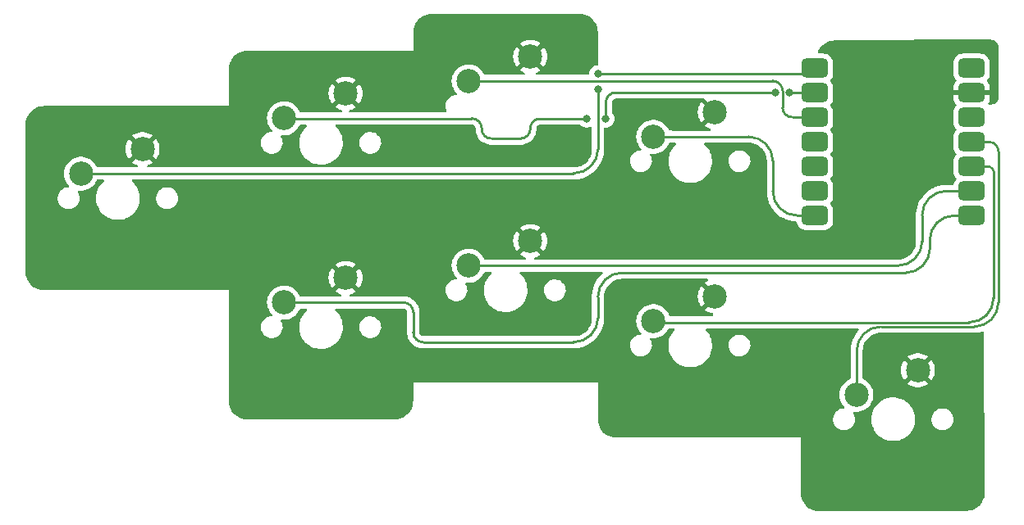
<source format=gbr>
%TF.GenerationSoftware,KiCad,Pcbnew,7.0.2*%
%TF.CreationDate,2023-09-16T14:44:34-04:00*%
%TF.ProjectId,j-artsey-v1,6a2d6172-7473-4657-992d-76312e6b6963,rev?*%
%TF.SameCoordinates,Original*%
%TF.FileFunction,Copper,L1,Top*%
%TF.FilePolarity,Positive*%
%FSLAX46Y46*%
G04 Gerber Fmt 4.6, Leading zero omitted, Abs format (unit mm)*
G04 Created by KiCad (PCBNEW 7.0.2) date 2023-09-16 14:44:34*
%MOMM*%
%LPD*%
G01*
G04 APERTURE LIST*
G04 Aperture macros list*
%AMRoundRect*
0 Rectangle with rounded corners*
0 $1 Rounding radius*
0 $2 $3 $4 $5 $6 $7 $8 $9 X,Y pos of 4 corners*
0 Add a 4 corners polygon primitive as box body*
4,1,4,$2,$3,$4,$5,$6,$7,$8,$9,$2,$3,0*
0 Add four circle primitives for the rounded corners*
1,1,$1+$1,$2,$3*
1,1,$1+$1,$4,$5*
1,1,$1+$1,$6,$7*
1,1,$1+$1,$8,$9*
0 Add four rect primitives between the rounded corners*
20,1,$1+$1,$2,$3,$4,$5,0*
20,1,$1+$1,$4,$5,$6,$7,0*
20,1,$1+$1,$6,$7,$8,$9,0*
20,1,$1+$1,$8,$9,$2,$3,0*%
G04 Aperture macros list end*
%TA.AperFunction,ComponentPad*%
%ADD10C,2.500000*%
%TD*%
%TA.AperFunction,SMDPad,CuDef*%
%ADD11RoundRect,0.500000X-0.875000X-0.500000X0.875000X-0.500000X0.875000X0.500000X-0.875000X0.500000X0*%
%TD*%
%TA.AperFunction,ViaPad*%
%ADD12C,0.800000*%
%TD*%
%TA.AperFunction,Conductor*%
%ADD13C,0.250000*%
%TD*%
G04 APERTURE END LIST*
D10*
%TO.P,MX2,1,COL*%
%TO.N,MX2*%
X139065000Y-60325000D03*
%TO.P,MX2,2,ROW*%
%TO.N,GND*%
X145415000Y-57785000D03*
%TD*%
%TO.P,MX3,1,COL*%
%TO.N,MX3*%
X158115000Y-56515000D03*
%TO.P,MX3,2,ROW*%
%TO.N,GND*%
X164465000Y-53975000D03*
%TD*%
%TO.P,MX1,1,COL*%
%TO.N,MX1*%
X118110000Y-66040000D03*
%TO.P,MX1,2,ROW*%
%TO.N,GND*%
X124460000Y-63500000D03*
%TD*%
%TO.P,MX4,1,COL*%
%TO.N,MX4*%
X177165000Y-62230000D03*
%TO.P,MX4,2,ROW*%
%TO.N,GND*%
X183515000Y-59690000D03*
%TD*%
D11*
%TO.P,U1,1,PA02_A0_D0*%
%TO.N,MX1*%
X193847500Y-55150000D03*
%TO.P,U1,2,PA4_A1_D1*%
%TO.N,MX2*%
X193847500Y-57690000D03*
%TO.P,U1,3,PA10_A2_D2*%
%TO.N,MX3*%
X193847500Y-60230000D03*
%TO.P,U1,4,PA11_A3_D3*%
%TO.N,unconnected-(U1-PA11_A3_D3-Pad4)*%
X193847500Y-62770000D03*
%TO.P,U1,5,PA8_A4_D4_SDA*%
%TO.N,unconnected-(U1-PA8_A4_D4_SDA-Pad5)*%
X193847500Y-65310000D03*
%TO.P,U1,6,PA9_A5_D5_SCL*%
%TO.N,unconnected-(U1-PA9_A5_D5_SCL-Pad6)*%
X193847500Y-67850000D03*
%TO.P,U1,7,PB08_A6_D6_TX*%
%TO.N,MX4*%
X193847500Y-70390000D03*
%TO.P,U1,8,PB09_A7_D7_RX*%
%TO.N,MX5*%
X210012500Y-70390000D03*
%TO.P,U1,9,PA7_A8_D8_SCK*%
%TO.N,MX6*%
X210012500Y-67850000D03*
%TO.P,U1,10,PA5_A9_D9_MISO*%
%TO.N,MX7*%
X210012500Y-65310000D03*
%TO.P,U1,11,PA6_A10_D10_MOSI*%
%TO.N,MX8*%
X210012500Y-62770000D03*
%TO.P,U1,12,3V3*%
%TO.N,unconnected-(U1-3V3-Pad12)*%
X210012500Y-60230000D03*
%TO.P,U1,13,GND*%
%TO.N,GND*%
X210012500Y-57690000D03*
%TO.P,U1,14,5V*%
%TO.N,unconnected-(U1-5V-Pad14)*%
X210012500Y-55150000D03*
%TD*%
D10*
%TO.P,MX8,1,COL*%
%TO.N,MX8*%
X198120000Y-88900000D03*
%TO.P,MX8,2,ROW*%
%TO.N,GND*%
X204470000Y-86360000D03*
%TD*%
%TO.P,MX5,1,COL*%
%TO.N,MX5*%
X139065000Y-79375000D03*
%TO.P,MX5,2,ROW*%
%TO.N,GND*%
X145415000Y-76835000D03*
%TD*%
%TO.P,MX7,1,COL*%
%TO.N,MX7*%
X177165000Y-81280000D03*
%TO.P,MX7,2,ROW*%
%TO.N,GND*%
X183515000Y-78740000D03*
%TD*%
%TO.P,MX6,1,COL*%
%TO.N,MX6*%
X158115000Y-75565000D03*
%TO.P,MX6,2,ROW*%
%TO.N,GND*%
X164465000Y-73025000D03*
%TD*%
D12*
%TO.N,MX1*%
X171450000Y-55750500D03*
X171450000Y-57350000D03*
%TO.N,MX2*%
X189725000Y-57675000D03*
X170275000Y-60375000D03*
X172275000Y-60375000D03*
X191224500Y-57675000D03*
%TD*%
D13*
%TO.N,MX1*%
X193247000Y-55750500D02*
X193847500Y-55150000D01*
X171450000Y-55750500D02*
X193247000Y-55750500D01*
X119325000Y-66025000D02*
X168950000Y-66025000D01*
X119310000Y-66040000D02*
X119325000Y-66025000D01*
X171450000Y-63525000D02*
X171450000Y-57350000D01*
X118110000Y-66040000D02*
X119310000Y-66040000D01*
X168950000Y-66025000D02*
G75*
G03*
X171450000Y-63525000I0J2500000D01*
G01*
%TO.N,MX2*%
X139090000Y-60350000D02*
X139065000Y-60325000D01*
X178825000Y-57675000D02*
X173275000Y-57675000D01*
X172275000Y-60325000D02*
X172275000Y-60375000D01*
X170275000Y-60375000D02*
X165475000Y-60375000D01*
X158450000Y-60350000D02*
X139090000Y-60350000D01*
X164475000Y-61375000D02*
X164475000Y-61425000D01*
X193847500Y-57690000D02*
X192440000Y-57690000D01*
X172275000Y-58675000D02*
X172275000Y-60325000D01*
X192425000Y-57675000D02*
X191224500Y-57675000D01*
X192440000Y-57690000D02*
X192425000Y-57675000D01*
X163475000Y-62425000D02*
X160450000Y-62425000D01*
X189725000Y-57675000D02*
X178825000Y-57675000D01*
X159450000Y-61425000D02*
X159450000Y-61350000D01*
X173275000Y-57675000D02*
G75*
G03*
X172275000Y-58675000I0J-1000000D01*
G01*
X165475000Y-60375000D02*
G75*
G03*
X164475000Y-61375000I0J-1000000D01*
G01*
X159450000Y-61350000D02*
G75*
G03*
X158450000Y-60350000I-1000000J0D01*
G01*
X159450000Y-61425000D02*
G75*
G03*
X160450000Y-62425000I1000000J0D01*
G01*
X163475000Y-62425000D02*
G75*
G03*
X164475000Y-61425000I0J1000000D01*
G01*
%TO.N,MX3*%
X189500000Y-56475000D02*
X158155000Y-56475000D01*
X193847500Y-60230000D02*
X192380000Y-60230000D01*
X192380000Y-60230000D02*
X192375000Y-60225000D01*
X158155000Y-56475000D02*
X158115000Y-56515000D01*
X190500000Y-59225000D02*
X190500000Y-57475000D01*
X192375000Y-60225000D02*
X191500000Y-60225000D01*
X190500000Y-57475000D02*
G75*
G03*
X189500000Y-56475000I-1000000J0D01*
G01*
X190500000Y-59225000D02*
G75*
G03*
X191500000Y-60225000I1000000J0D01*
G01*
%TO.N,MX4*%
X179025000Y-62235000D02*
X179020000Y-62230000D01*
X189500000Y-67875000D02*
X189500000Y-64735000D01*
X179020000Y-62230000D02*
X177165000Y-62230000D01*
X187000000Y-62235000D02*
X179025000Y-62235000D01*
X192475000Y-70375000D02*
X192000000Y-70375000D01*
X192490000Y-70390000D02*
X192475000Y-70375000D01*
X193847500Y-70390000D02*
X192490000Y-70390000D01*
X189500000Y-64735000D02*
G75*
G03*
X187000000Y-62235000I-2500000J0D01*
G01*
X189500000Y-67875000D02*
G75*
G03*
X192000000Y-70375000I2500000J0D01*
G01*
%TO.N,MX5*%
X152400000Y-80375000D02*
X152400000Y-82475000D01*
X205700000Y-73800000D02*
X205700000Y-72900000D01*
X153400000Y-83475000D02*
X168950000Y-83475000D01*
X171450000Y-80975000D02*
X171450000Y-78800000D01*
X173950000Y-76300000D02*
X203200000Y-76300000D01*
X210002500Y-70400000D02*
X210012500Y-70390000D01*
X208200000Y-70400000D02*
X210002500Y-70400000D01*
X139065000Y-79375000D02*
X151400000Y-79375000D01*
X168950000Y-83475000D02*
G75*
G03*
X171450000Y-80975000I0J2500000D01*
G01*
X152400000Y-80375000D02*
G75*
G03*
X151400000Y-79375000I-1000000J0D01*
G01*
X203200000Y-76300000D02*
G75*
G03*
X205700000Y-73800000I0J2500000D01*
G01*
X208200000Y-70400000D02*
G75*
G03*
X205700000Y-72900000I0J-2500000D01*
G01*
X152400000Y-82475000D02*
G75*
G03*
X153400000Y-83475000I1000000J0D01*
G01*
X173950000Y-76300000D02*
G75*
G03*
X171450000Y-78800000I0J-2500000D01*
G01*
%TO.N,MX6*%
X202400000Y-75565000D02*
X158115000Y-75565000D01*
X210012500Y-67850000D02*
X207400000Y-67850000D01*
X204900000Y-70350000D02*
X204900000Y-73065000D01*
X202400000Y-75565000D02*
G75*
G03*
X204900000Y-73065000I0J2500000D01*
G01*
X207400000Y-67850000D02*
G75*
G03*
X204900000Y-70350000I0J-2500000D01*
G01*
%TO.N,MX7*%
X177165000Y-81280000D02*
X177310000Y-81425000D01*
X177310000Y-81425000D02*
X209775000Y-81425000D01*
X211775000Y-65300000D02*
X211450000Y-65300000D01*
X211440000Y-65310000D02*
X210012500Y-65310000D01*
X211450000Y-65300000D02*
X211440000Y-65310000D01*
X177445000Y-81000000D02*
X177165000Y-81280000D01*
X212275000Y-78925000D02*
X212275000Y-65800000D01*
X212275000Y-65800000D02*
G75*
G03*
X211775000Y-65300000I-500000J0D01*
G01*
X209775000Y-81425000D02*
G75*
G03*
X212275000Y-78925000I0J2500000D01*
G01*
%TO.N,MX8*%
X210275000Y-81875000D02*
X200650000Y-81875000D01*
X210012500Y-62770000D02*
X211430000Y-62770000D01*
X211430000Y-62770000D02*
X211450000Y-62750000D01*
X211450000Y-62750000D02*
X211775000Y-62750000D01*
X198150000Y-84375000D02*
X198150000Y-88870000D01*
X212775000Y-63750000D02*
X212775000Y-79375000D01*
X198150000Y-88870000D02*
X198120000Y-88900000D01*
X210275000Y-81875000D02*
G75*
G03*
X212775000Y-79375000I0J2500000D01*
G01*
X212775000Y-63750000D02*
G75*
G03*
X211775000Y-62750000I-1000000J0D01*
G01*
X200650000Y-81875000D02*
G75*
G03*
X198150000Y-84375000I0J-2500000D01*
G01*
%TD*%
%TA.AperFunction,Conductor*%
%TO.N,GND*%
G36*
X169549418Y-49530316D02*
G01*
X169807270Y-49548757D01*
X169824771Y-49551274D01*
X170073039Y-49605281D01*
X170089998Y-49610260D01*
X170240965Y-49666568D01*
X170328059Y-49699053D01*
X170344152Y-49706403D01*
X170567138Y-49828162D01*
X170582021Y-49837727D01*
X170785410Y-49989982D01*
X170798781Y-50001568D01*
X170978431Y-50181218D01*
X170990017Y-50194589D01*
X171142272Y-50397978D01*
X171151837Y-50412861D01*
X171273596Y-50635847D01*
X171280946Y-50651940D01*
X171369736Y-50889993D01*
X171374720Y-50906969D01*
X171428724Y-51155222D01*
X171431242Y-51172734D01*
X171449684Y-51430581D01*
X171450000Y-51439426D01*
X171450000Y-54850000D01*
X171355352Y-54850000D01*
X171170197Y-54889355D01*
X170997269Y-54966348D01*
X170844129Y-55077610D01*
X170717466Y-55218283D01*
X170622820Y-55382215D01*
X170564326Y-55562242D01*
X170564325Y-55562244D01*
X170564326Y-55562244D01*
X170545805Y-55738463D01*
X170519222Y-55803076D01*
X170461924Y-55843061D01*
X170422485Y-55849500D01*
X165147838Y-55849500D01*
X165080799Y-55829815D01*
X165035044Y-55777011D01*
X165025100Y-55707853D01*
X165054125Y-55644297D01*
X165098939Y-55615063D01*
X165097767Y-55612629D01*
X165342456Y-55494792D01*
X165514167Y-55377720D01*
X164790946Y-54654498D01*
X164803891Y-54649787D01*
X164950373Y-54553445D01*
X165070688Y-54425918D01*
X165143447Y-54299893D01*
X165867124Y-55023571D01*
X165914972Y-54963572D01*
X166046117Y-54736423D01*
X166141940Y-54492270D01*
X166200306Y-54236552D01*
X166219907Y-53975000D01*
X166200306Y-53713447D01*
X166141940Y-53457729D01*
X166046117Y-53213575D01*
X165914972Y-52986426D01*
X165867125Y-52926427D01*
X165867124Y-52926427D01*
X165142195Y-53651355D01*
X165118941Y-53597447D01*
X165014244Y-53456815D01*
X164879938Y-53344118D01*
X164788333Y-53298112D01*
X165514167Y-52572278D01*
X165342451Y-52455205D01*
X165106139Y-52341403D01*
X164855503Y-52264091D01*
X164596144Y-52225000D01*
X164333856Y-52225000D01*
X164074496Y-52264091D01*
X163823860Y-52341403D01*
X163587545Y-52455206D01*
X163415832Y-52572278D01*
X164139055Y-53295501D01*
X164126109Y-53300213D01*
X163979627Y-53396555D01*
X163859312Y-53524082D01*
X163786552Y-53650105D01*
X163062873Y-52926427D01*
X163015028Y-52986424D01*
X162883882Y-53213576D01*
X162788059Y-53457729D01*
X162729693Y-53713447D01*
X162710092Y-53974999D01*
X162729693Y-54236552D01*
X162788059Y-54492270D01*
X162883882Y-54736424D01*
X163015027Y-54963573D01*
X163062873Y-55023571D01*
X163062874Y-55023571D01*
X163787803Y-54298641D01*
X163811059Y-54352553D01*
X163915756Y-54493185D01*
X164050062Y-54605882D01*
X164141665Y-54651886D01*
X163415831Y-55377720D01*
X163587546Y-55494793D01*
X163832233Y-55612629D01*
X163831016Y-55615154D01*
X163876973Y-55645582D01*
X163905129Y-55709528D01*
X163894244Y-55778544D01*
X163847773Y-55830720D01*
X163782162Y-55849500D01*
X159818843Y-55849500D01*
X159751804Y-55829815D01*
X159706049Y-55777011D01*
X159703414Y-55770800D01*
X159696568Y-55753356D01*
X159565386Y-55526143D01*
X159539423Y-55493587D01*
X159401805Y-55321019D01*
X159401801Y-55321015D01*
X159209485Y-55142571D01*
X159183713Y-55125000D01*
X158992704Y-54994772D01*
X158756323Y-54880937D01*
X158505615Y-54803604D01*
X158246182Y-54764500D01*
X157983818Y-54764500D01*
X157724385Y-54803604D01*
X157473677Y-54880937D01*
X157302084Y-54963572D01*
X157237296Y-54994772D01*
X157195056Y-55023571D01*
X157020514Y-55142571D01*
X156828198Y-55321015D01*
X156664613Y-55526143D01*
X156533431Y-55753358D01*
X156437580Y-55997581D01*
X156379197Y-56253372D01*
X156359591Y-56514999D01*
X156379197Y-56776627D01*
X156437580Y-57032418D01*
X156533431Y-57276641D01*
X156664613Y-57503856D01*
X156828197Y-57708983D01*
X156837569Y-57717679D01*
X156873325Y-57777706D01*
X156870950Y-57847536D01*
X156831200Y-57904996D01*
X156766695Y-57931845D01*
X156765017Y-57932016D01*
X156631031Y-57944811D01*
X156424792Y-58005368D01*
X156233742Y-58103861D01*
X156176263Y-58149063D01*
X156077927Y-58226396D01*
X156064782Y-58236733D01*
X155924022Y-58399177D01*
X155816552Y-58585321D01*
X155746249Y-58788445D01*
X155718647Y-58980432D01*
X155715661Y-59001203D01*
X155725888Y-59215903D01*
X155725888Y-59215904D01*
X155776564Y-59424794D01*
X155833282Y-59548989D01*
X155843226Y-59618147D01*
X155814201Y-59681703D01*
X155755423Y-59719477D01*
X155720488Y-59724500D01*
X145887113Y-59724500D01*
X145820074Y-59704815D01*
X145774319Y-59652011D01*
X145764375Y-59582853D01*
X145793400Y-59519297D01*
X145850563Y-59482009D01*
X146056139Y-59418596D01*
X146292456Y-59304792D01*
X146464167Y-59187720D01*
X145740946Y-58464498D01*
X145753891Y-58459787D01*
X145900373Y-58363445D01*
X146020688Y-58235918D01*
X146093447Y-58109894D01*
X146817124Y-58833571D01*
X146864972Y-58773572D01*
X146996117Y-58546423D01*
X147091940Y-58302270D01*
X147150306Y-58046552D01*
X147169907Y-57785000D01*
X147150306Y-57523447D01*
X147091940Y-57267729D01*
X146996117Y-57023575D01*
X146864972Y-56796426D01*
X146817125Y-56736427D01*
X146092195Y-57461357D01*
X146068941Y-57407447D01*
X145964244Y-57266815D01*
X145829938Y-57154118D01*
X145738332Y-57108112D01*
X146464167Y-56382278D01*
X146292451Y-56265205D01*
X146056139Y-56151403D01*
X145805503Y-56074091D01*
X145546144Y-56035000D01*
X145283856Y-56035000D01*
X145024496Y-56074091D01*
X144773860Y-56151403D01*
X144537545Y-56265206D01*
X144365831Y-56382278D01*
X145089053Y-57105501D01*
X145076109Y-57110213D01*
X144929627Y-57206555D01*
X144809312Y-57334082D01*
X144736552Y-57460105D01*
X144012874Y-56736428D01*
X143965026Y-56796428D01*
X143833882Y-57023576D01*
X143738059Y-57267729D01*
X143679693Y-57523447D01*
X143660092Y-57784999D01*
X143679693Y-58046552D01*
X143738059Y-58302270D01*
X143833882Y-58546424D01*
X143965027Y-58773573D01*
X144012873Y-58833571D01*
X144737803Y-58108641D01*
X144761059Y-58162553D01*
X144865756Y-58303185D01*
X145000062Y-58415882D01*
X145091665Y-58461886D01*
X144365831Y-59187720D01*
X144537546Y-59304793D01*
X144773860Y-59418596D01*
X144979437Y-59482009D01*
X145037696Y-59520579D01*
X145065854Y-59584524D01*
X145054970Y-59653541D01*
X145008502Y-59705718D01*
X144942887Y-59724500D01*
X140794353Y-59724500D01*
X140727314Y-59704815D01*
X140681559Y-59652011D01*
X140678925Y-59645802D01*
X140668920Y-59620310D01*
X140646568Y-59563357D01*
X140515386Y-59336143D01*
X140351805Y-59131019D01*
X140351801Y-59131015D01*
X140159485Y-58952571D01*
X140084004Y-58901109D01*
X139942704Y-58804772D01*
X139706323Y-58690937D01*
X139455615Y-58613604D01*
X139196182Y-58574500D01*
X138933818Y-58574500D01*
X138674385Y-58613604D01*
X138423677Y-58690937D01*
X138252084Y-58773572D01*
X138187296Y-58804772D01*
X138157407Y-58825150D01*
X137970514Y-58952571D01*
X137778198Y-59131015D01*
X137614613Y-59336143D01*
X137483431Y-59563358D01*
X137387580Y-59807581D01*
X137329197Y-60063372D01*
X137309591Y-60324999D01*
X137329197Y-60586627D01*
X137387580Y-60842418D01*
X137473215Y-61060611D01*
X137483432Y-61086643D01*
X137504503Y-61123139D01*
X137614613Y-61313856D01*
X137629450Y-61332461D01*
X137763058Y-61500000D01*
X137778197Y-61518983D01*
X137787569Y-61527679D01*
X137823325Y-61587706D01*
X137820950Y-61657536D01*
X137781200Y-61714996D01*
X137716695Y-61741845D01*
X137715017Y-61742016D01*
X137581031Y-61754811D01*
X137374792Y-61815368D01*
X137183742Y-61913861D01*
X137126263Y-61959063D01*
X137027927Y-62036396D01*
X137014782Y-62046733D01*
X136874022Y-62209177D01*
X136766552Y-62395321D01*
X136696249Y-62598445D01*
X136668647Y-62790432D01*
X136665661Y-62811203D01*
X136675888Y-63025904D01*
X136718600Y-63201968D01*
X136726564Y-63234794D01*
X136815852Y-63430309D01*
X136891920Y-63537130D01*
X136940534Y-63605399D01*
X137096097Y-63753727D01*
X137164598Y-63797750D01*
X137276917Y-63869934D01*
X137295949Y-63877553D01*
X137476468Y-63949822D01*
X137687528Y-63990500D01*
X137845664Y-63990500D01*
X137848618Y-63990500D01*
X137851569Y-63990218D01*
X137851573Y-63990218D01*
X137931873Y-63982550D01*
X138008971Y-63975188D01*
X138215209Y-63914631D01*
X138406259Y-63816138D01*
X138575217Y-63683268D01*
X138715976Y-63520824D01*
X138823448Y-63334677D01*
X138893750Y-63131554D01*
X138924339Y-62918797D01*
X138914112Y-62704096D01*
X138863437Y-62495210D01*
X138863435Y-62495205D01*
X138774148Y-62299693D01*
X138745664Y-62259693D01*
X138722811Y-62193666D01*
X138739284Y-62125766D01*
X138789850Y-62077550D01*
X138858457Y-62064326D01*
X138865145Y-62065149D01*
X138933818Y-62075500D01*
X139196182Y-62075500D01*
X139455615Y-62036396D01*
X139706323Y-61959063D01*
X139942704Y-61845228D01*
X140159479Y-61697433D01*
X140159482Y-61697429D01*
X140159485Y-61697428D01*
X140261283Y-61602973D01*
X140351805Y-61518981D01*
X140515386Y-61313857D01*
X140646568Y-61086643D01*
X140659301Y-61054198D01*
X140702116Y-60998985D01*
X140767986Y-60975684D01*
X140774730Y-60975500D01*
X141287139Y-60975500D01*
X141354178Y-60995185D01*
X141399933Y-61047989D01*
X141409877Y-61117147D01*
X141380852Y-61180703D01*
X141370316Y-61191465D01*
X141256741Y-61294187D01*
X141256735Y-61294192D01*
X141253667Y-61296968D01*
X141250998Y-61300123D01*
X141250991Y-61300132D01*
X141061810Y-61523896D01*
X141061804Y-61523903D01*
X141059135Y-61527061D01*
X141056912Y-61530542D01*
X141056904Y-61530554D01*
X140899233Y-61777542D01*
X140899229Y-61777549D01*
X140897007Y-61781030D01*
X140895267Y-61784779D01*
X140895264Y-61784785D01*
X140771922Y-62050580D01*
X140771918Y-62050589D01*
X140770177Y-62054342D01*
X140768951Y-62058291D01*
X140768949Y-62058299D01*
X140720431Y-62214707D01*
X140680907Y-62342121D01*
X140680218Y-62346199D01*
X140680218Y-62346204D01*
X140637670Y-62598446D01*
X140630791Y-62639230D01*
X140630653Y-62643353D01*
X140630652Y-62643365D01*
X140620861Y-62936222D01*
X140620861Y-62936231D01*
X140620723Y-62940369D01*
X140621137Y-62944490D01*
X140621138Y-62944501D01*
X140650466Y-63236034D01*
X140650467Y-63236044D01*
X140650882Y-63240162D01*
X140651842Y-63244193D01*
X140651843Y-63244195D01*
X140719729Y-63529059D01*
X140720731Y-63533261D01*
X140722220Y-63537128D01*
X140722221Y-63537130D01*
X140741723Y-63587766D01*
X140829023Y-63814434D01*
X140831007Y-63818055D01*
X140831013Y-63818067D01*
X140946937Y-64029601D01*
X140973825Y-64078665D01*
X140976281Y-64081998D01*
X140976284Y-64082003D01*
X141104921Y-64256590D01*
X141152554Y-64321238D01*
X141362020Y-64537824D01*
X141503529Y-64649572D01*
X141595230Y-64721988D01*
X141595234Y-64721990D01*
X141598485Y-64724558D01*
X141602049Y-64726669D01*
X141602052Y-64726671D01*
X141731465Y-64803322D01*
X141857730Y-64878109D01*
X141861534Y-64879722D01*
X141861538Y-64879724D01*
X141966578Y-64924264D01*
X142135128Y-64995736D01*
X142425729Y-65075340D01*
X142724347Y-65115500D01*
X142728488Y-65115500D01*
X142948162Y-65115500D01*
X142950244Y-65115500D01*
X143175634Y-65100412D01*
X143470903Y-65040396D01*
X143755537Y-64941560D01*
X144024459Y-64805668D01*
X144272869Y-64635144D01*
X144496333Y-64433032D01*
X144690865Y-64202939D01*
X144852993Y-63948970D01*
X144979823Y-63675658D01*
X145069093Y-63387879D01*
X145119209Y-63090770D01*
X145128556Y-62811203D01*
X146825661Y-62811203D01*
X146835888Y-63025904D01*
X146878600Y-63201968D01*
X146886564Y-63234794D01*
X146975852Y-63430309D01*
X147051920Y-63537130D01*
X147100534Y-63605399D01*
X147256097Y-63753727D01*
X147324598Y-63797750D01*
X147436917Y-63869934D01*
X147455949Y-63877553D01*
X147636468Y-63949822D01*
X147847528Y-63990500D01*
X148005664Y-63990500D01*
X148008618Y-63990500D01*
X148011569Y-63990218D01*
X148011573Y-63990218D01*
X148091873Y-63982550D01*
X148168971Y-63975188D01*
X148375209Y-63914631D01*
X148566259Y-63816138D01*
X148735217Y-63683268D01*
X148875976Y-63520824D01*
X148983448Y-63334677D01*
X149053750Y-63131554D01*
X149084339Y-62918797D01*
X149074112Y-62704096D01*
X149023437Y-62495210D01*
X149023435Y-62495205D01*
X148934147Y-62299690D01*
X148832958Y-62157591D01*
X148809466Y-62124601D01*
X148653903Y-61976273D01*
X148607323Y-61946338D01*
X148473082Y-61860065D01*
X148313574Y-61796208D01*
X148273532Y-61780178D01*
X148273531Y-61780177D01*
X148273529Y-61780177D01*
X148062472Y-61739500D01*
X147901382Y-61739500D01*
X147898452Y-61739779D01*
X147898426Y-61739781D01*
X147741031Y-61754811D01*
X147534792Y-61815368D01*
X147343742Y-61913861D01*
X147286263Y-61959063D01*
X147187927Y-62036396D01*
X147174782Y-62046733D01*
X147034022Y-62209177D01*
X146926552Y-62395321D01*
X146856249Y-62598445D01*
X146828647Y-62790432D01*
X146825661Y-62811203D01*
X145128556Y-62811203D01*
X145129277Y-62789631D01*
X145099118Y-62489838D01*
X145029269Y-62196739D01*
X144920977Y-61915566D01*
X144776175Y-61651335D01*
X144741261Y-61603950D01*
X144599906Y-61412101D01*
X144597446Y-61408762D01*
X144387980Y-61192176D01*
X144386501Y-61191008D01*
X144350265Y-61131899D01*
X144351750Y-61062045D01*
X144390765Y-61004083D01*
X144454923Y-60976415D01*
X144469958Y-60975500D01*
X158374051Y-60975500D01*
X158441874Y-60975500D01*
X158458058Y-60976560D01*
X158530744Y-60986130D01*
X158562009Y-60994507D01*
X158607284Y-61013261D01*
X158622166Y-61019425D01*
X158650201Y-61035611D01*
X158666198Y-61047886D01*
X158692552Y-61068109D01*
X158701860Y-61075251D01*
X158724748Y-61098139D01*
X158764388Y-61149798D01*
X158780574Y-61177833D01*
X158805491Y-61237989D01*
X158813869Y-61269254D01*
X158823439Y-61341939D01*
X158824500Y-61358126D01*
X158824500Y-61425000D01*
X158824500Y-61541258D01*
X158832923Y-61599840D01*
X158857591Y-61771408D01*
X158923097Y-61994504D01*
X159017296Y-62200770D01*
X159019689Y-62206009D01*
X159075496Y-62292848D01*
X159141351Y-62395321D01*
X159145396Y-62401614D01*
X159297662Y-62577338D01*
X159473386Y-62729604D01*
X159668991Y-62855311D01*
X159880495Y-62951902D01*
X160103593Y-63017409D01*
X160333742Y-63050500D01*
X160333743Y-63050500D01*
X163591257Y-63050500D01*
X163591258Y-63050500D01*
X163821407Y-63017409D01*
X164044505Y-62951902D01*
X164256009Y-62855311D01*
X164451614Y-62729604D01*
X164627338Y-62577338D01*
X164779604Y-62401614D01*
X164905311Y-62206009D01*
X165001902Y-61994505D01*
X165067409Y-61771407D01*
X165100500Y-61541258D01*
X165100500Y-61425000D01*
X165100500Y-61383126D01*
X165101561Y-61366941D01*
X165111130Y-61294253D01*
X165119508Y-61262989D01*
X165144426Y-61202829D01*
X165160609Y-61174801D01*
X165200254Y-61123135D01*
X165223135Y-61100254D01*
X165274801Y-61060609D01*
X165302829Y-61044426D01*
X165362992Y-61019507D01*
X165394253Y-61011130D01*
X165466941Y-61001560D01*
X165483126Y-61000500D01*
X165550949Y-61000500D01*
X169571253Y-61000500D01*
X169638292Y-61020185D01*
X169663400Y-61041526D01*
X169669129Y-61047888D01*
X169822270Y-61159151D01*
X169822271Y-61159151D01*
X169822272Y-61159152D01*
X169995197Y-61236144D01*
X170180352Y-61275500D01*
X170180354Y-61275500D01*
X170369648Y-61275500D01*
X170554800Y-61236145D01*
X170554801Y-61236144D01*
X170554803Y-61236144D01*
X170650066Y-61193729D01*
X170719313Y-61184444D01*
X170782590Y-61214072D01*
X170819804Y-61273207D01*
X170824500Y-61307009D01*
X170824500Y-63520948D01*
X170824234Y-63529059D01*
X170808994Y-63761561D01*
X170806877Y-63777641D01*
X170762213Y-64002182D01*
X170758015Y-64017849D01*
X170684424Y-64234643D01*
X170678217Y-64249629D01*
X170576959Y-64454960D01*
X170568849Y-64469007D01*
X170441656Y-64659365D01*
X170431782Y-64672233D01*
X170280830Y-64844361D01*
X170269361Y-64855830D01*
X170097233Y-65006782D01*
X170084365Y-65016656D01*
X169894007Y-65143849D01*
X169879960Y-65151959D01*
X169674629Y-65253217D01*
X169659643Y-65259424D01*
X169442849Y-65333015D01*
X169427182Y-65337213D01*
X169202641Y-65381877D01*
X169186561Y-65383994D01*
X168972014Y-65398057D01*
X168954057Y-65399234D01*
X168945948Y-65399500D01*
X125061790Y-65399500D01*
X124994751Y-65379815D01*
X124948996Y-65327011D01*
X124939052Y-65257853D01*
X124968077Y-65194297D01*
X125025240Y-65157009D01*
X125101139Y-65133596D01*
X125337456Y-65019792D01*
X125509167Y-64902720D01*
X124785946Y-64179498D01*
X124798891Y-64174787D01*
X124945373Y-64078445D01*
X125065688Y-63950918D01*
X125138447Y-63824894D01*
X125862124Y-64548571D01*
X125909972Y-64488572D01*
X126041117Y-64261423D01*
X126136940Y-64017270D01*
X126195306Y-63761552D01*
X126214907Y-63500000D01*
X126195306Y-63238447D01*
X126136940Y-62982729D01*
X126041117Y-62738575D01*
X125909972Y-62511426D01*
X125862125Y-62451427D01*
X125137195Y-63176356D01*
X125113941Y-63122447D01*
X125009244Y-62981815D01*
X124874938Y-62869118D01*
X124783333Y-62823112D01*
X125509167Y-62097278D01*
X125337451Y-61980205D01*
X125101139Y-61866403D01*
X124850503Y-61789091D01*
X124591144Y-61750000D01*
X124328856Y-61750000D01*
X124069496Y-61789091D01*
X123818860Y-61866403D01*
X123582545Y-61980206D01*
X123410832Y-62097278D01*
X124134055Y-62820501D01*
X124121109Y-62825213D01*
X123974627Y-62921555D01*
X123854312Y-63049082D01*
X123781552Y-63175105D01*
X123057873Y-62451427D01*
X123010028Y-62511424D01*
X122878882Y-62738576D01*
X122783059Y-62982729D01*
X122724693Y-63238447D01*
X122705092Y-63500000D01*
X122724693Y-63761552D01*
X122783059Y-64017270D01*
X122878882Y-64261424D01*
X123010027Y-64488573D01*
X123057873Y-64548571D01*
X123057874Y-64548571D01*
X123782803Y-63823641D01*
X123806059Y-63877553D01*
X123910756Y-64018185D01*
X124045062Y-64130882D01*
X124136665Y-64176886D01*
X123410831Y-64902720D01*
X123582546Y-65019793D01*
X123818860Y-65133596D01*
X123894760Y-65157009D01*
X123953019Y-65195579D01*
X123981177Y-65259524D01*
X123970293Y-65328541D01*
X123923824Y-65380718D01*
X123858210Y-65399500D01*
X119823654Y-65399500D01*
X119756615Y-65379815D01*
X119710860Y-65327011D01*
X119708243Y-65320845D01*
X119691568Y-65278357D01*
X119560386Y-65051143D01*
X119396805Y-64846019D01*
X119396801Y-64846015D01*
X119204485Y-64667571D01*
X119178085Y-64649572D01*
X118987704Y-64519772D01*
X118751323Y-64405937D01*
X118500615Y-64328604D01*
X118241182Y-64289500D01*
X117978818Y-64289500D01*
X117719385Y-64328604D01*
X117468677Y-64405937D01*
X117276597Y-64498438D01*
X117232296Y-64519772D01*
X117205819Y-64537824D01*
X117015514Y-64667571D01*
X116823198Y-64846015D01*
X116659613Y-65051143D01*
X116528431Y-65278358D01*
X116432580Y-65522581D01*
X116374197Y-65778372D01*
X116354591Y-66039999D01*
X116374197Y-66301627D01*
X116432580Y-66557418D01*
X116528431Y-66801641D01*
X116651689Y-67015132D01*
X116659614Y-67028857D01*
X116815634Y-67224500D01*
X116823197Y-67233983D01*
X116832569Y-67242679D01*
X116868325Y-67302706D01*
X116865950Y-67372536D01*
X116826200Y-67429996D01*
X116761695Y-67456845D01*
X116760017Y-67457016D01*
X116626031Y-67469811D01*
X116419792Y-67530368D01*
X116228742Y-67628861D01*
X116171263Y-67674063D01*
X116072927Y-67751396D01*
X116059782Y-67761733D01*
X115919022Y-67924177D01*
X115811552Y-68110321D01*
X115741249Y-68313445D01*
X115713166Y-68508777D01*
X115710661Y-68526203D01*
X115718076Y-68681877D01*
X115720888Y-68740904D01*
X115771564Y-68949794D01*
X115860852Y-69145309D01*
X115936920Y-69252130D01*
X115985534Y-69320399D01*
X116141097Y-69468727D01*
X116180188Y-69493849D01*
X116321917Y-69584934D01*
X116361962Y-69600965D01*
X116521468Y-69664822D01*
X116732528Y-69705500D01*
X116890664Y-69705500D01*
X116893618Y-69705500D01*
X116896569Y-69705218D01*
X116896573Y-69705218D01*
X116955398Y-69699600D01*
X117053971Y-69690188D01*
X117260209Y-69629631D01*
X117451259Y-69531138D01*
X117620217Y-69398268D01*
X117760976Y-69235824D01*
X117868448Y-69049677D01*
X117938750Y-68846554D01*
X117969339Y-68633797D01*
X117959112Y-68419096D01*
X117908437Y-68210210D01*
X117908435Y-68210205D01*
X117819148Y-68014693D01*
X117790664Y-67974693D01*
X117767811Y-67908666D01*
X117784284Y-67840766D01*
X117834850Y-67792550D01*
X117903457Y-67779326D01*
X117910145Y-67780149D01*
X117978818Y-67790500D01*
X118241182Y-67790500D01*
X118500615Y-67751396D01*
X118751323Y-67674063D01*
X118987704Y-67560228D01*
X119204479Y-67412433D01*
X119204482Y-67412429D01*
X119204485Y-67412428D01*
X119322737Y-67302706D01*
X119396805Y-67233981D01*
X119560386Y-67028857D01*
X119691568Y-66801643D01*
X119720001Y-66729194D01*
X119762815Y-66673984D01*
X119828685Y-66650683D01*
X119835428Y-66650500D01*
X120376365Y-66650500D01*
X120443404Y-66670185D01*
X120489159Y-66722989D01*
X120499103Y-66792147D01*
X120470078Y-66855703D01*
X120459545Y-66866461D01*
X120417371Y-66904606D01*
X120301741Y-67009187D01*
X120301735Y-67009192D01*
X120298667Y-67011968D01*
X120295998Y-67015123D01*
X120295991Y-67015132D01*
X120106810Y-67238896D01*
X120106804Y-67238903D01*
X120104135Y-67242061D01*
X120101912Y-67245542D01*
X120101904Y-67245554D01*
X119944233Y-67492542D01*
X119944229Y-67492549D01*
X119942007Y-67496030D01*
X119940267Y-67499779D01*
X119940264Y-67499785D01*
X119816922Y-67765580D01*
X119816918Y-67765589D01*
X119815177Y-67769342D01*
X119813951Y-67773291D01*
X119813949Y-67773299D01*
X119731590Y-68038801D01*
X119725907Y-68057121D01*
X119725218Y-68061199D01*
X119725218Y-68061204D01*
X119682670Y-68313446D01*
X119675791Y-68354230D01*
X119675653Y-68358353D01*
X119675652Y-68358365D01*
X119665861Y-68651222D01*
X119665861Y-68651231D01*
X119665723Y-68655369D01*
X119666137Y-68659490D01*
X119666138Y-68659501D01*
X119695466Y-68951034D01*
X119695467Y-68951044D01*
X119695882Y-68955162D01*
X119696842Y-68959193D01*
X119696843Y-68959195D01*
X119741196Y-69145310D01*
X119765731Y-69248261D01*
X119767220Y-69252128D01*
X119767221Y-69252130D01*
X119809591Y-69362141D01*
X119874023Y-69529434D01*
X119876007Y-69533055D01*
X119876013Y-69533067D01*
X119986125Y-69733995D01*
X120018825Y-69793665D01*
X120021281Y-69796998D01*
X120021284Y-69797003D01*
X120112722Y-69921103D01*
X120197554Y-70036238D01*
X120407020Y-70252824D01*
X120476008Y-70307303D01*
X120640230Y-70436988D01*
X120640234Y-70436990D01*
X120643485Y-70439558D01*
X120902730Y-70593109D01*
X120906534Y-70594722D01*
X120906538Y-70594724D01*
X121011578Y-70639264D01*
X121180128Y-70710736D01*
X121470729Y-70790340D01*
X121769347Y-70830500D01*
X121773488Y-70830500D01*
X121993162Y-70830500D01*
X121995244Y-70830500D01*
X122220634Y-70815412D01*
X122515903Y-70755396D01*
X122800537Y-70656560D01*
X123069459Y-70520668D01*
X123317869Y-70350144D01*
X123541333Y-70148032D01*
X123735865Y-69917939D01*
X123897993Y-69663970D01*
X124024823Y-69390658D01*
X124114093Y-69102879D01*
X124164209Y-68805770D01*
X124173556Y-68526203D01*
X125870661Y-68526203D01*
X125878076Y-68681877D01*
X125880888Y-68740904D01*
X125931564Y-68949794D01*
X126020852Y-69145309D01*
X126096920Y-69252130D01*
X126145534Y-69320399D01*
X126301097Y-69468727D01*
X126340188Y-69493849D01*
X126481917Y-69584934D01*
X126521962Y-69600965D01*
X126681468Y-69664822D01*
X126892528Y-69705500D01*
X127050664Y-69705500D01*
X127053618Y-69705500D01*
X127056569Y-69705218D01*
X127056573Y-69705218D01*
X127115398Y-69699600D01*
X127213971Y-69690188D01*
X127420209Y-69629631D01*
X127611259Y-69531138D01*
X127780217Y-69398268D01*
X127920976Y-69235824D01*
X128028448Y-69049677D01*
X128098750Y-68846554D01*
X128129339Y-68633797D01*
X128119112Y-68419096D01*
X128068437Y-68210210D01*
X128068435Y-68210205D01*
X127979147Y-68014690D01*
X127879673Y-67875000D01*
X127854466Y-67839601D01*
X127698903Y-67691273D01*
X127666053Y-67670161D01*
X127518082Y-67575065D01*
X127358574Y-67511208D01*
X127318532Y-67495178D01*
X127318531Y-67495177D01*
X127318529Y-67495177D01*
X127107472Y-67454500D01*
X126946382Y-67454500D01*
X126943452Y-67454779D01*
X126943426Y-67454781D01*
X126786031Y-67469811D01*
X126579792Y-67530368D01*
X126388742Y-67628861D01*
X126331263Y-67674063D01*
X126232927Y-67751396D01*
X126219782Y-67761733D01*
X126079022Y-67924177D01*
X125971552Y-68110321D01*
X125901249Y-68313445D01*
X125873166Y-68508777D01*
X125870661Y-68526203D01*
X124173556Y-68526203D01*
X124174277Y-68504631D01*
X124144118Y-68204838D01*
X124074269Y-67911739D01*
X123965977Y-67630566D01*
X123821175Y-67366335D01*
X123642446Y-67123762D01*
X123432980Y-66907176D01*
X123426210Y-66901830D01*
X123388202Y-66871815D01*
X123347789Y-66814819D01*
X123344606Y-66745022D01*
X123379663Y-66684584D01*
X123441831Y-66652694D01*
X123465051Y-66650500D01*
X169110559Y-66650500D01*
X169113801Y-66650500D01*
X169439607Y-66616256D01*
X169760049Y-66548144D01*
X170071616Y-66446910D01*
X170370894Y-66313662D01*
X170654605Y-66149862D01*
X170919640Y-65957303D01*
X171163095Y-65738095D01*
X171382303Y-65494640D01*
X171574862Y-65229605D01*
X171738662Y-64945894D01*
X171871910Y-64646616D01*
X171973144Y-64335049D01*
X172041256Y-64014607D01*
X172075500Y-63688801D01*
X172075500Y-63525000D01*
X172075500Y-63449051D01*
X172075500Y-61399500D01*
X172095185Y-61332461D01*
X172147989Y-61286706D01*
X172199500Y-61275500D01*
X172369648Y-61275500D01*
X172531284Y-61241143D01*
X172554803Y-61236144D01*
X172727730Y-61159151D01*
X172768280Y-61129690D01*
X172880870Y-61047889D01*
X172886598Y-61041528D01*
X173007533Y-60907216D01*
X173102179Y-60743284D01*
X173160674Y-60563256D01*
X173180460Y-60375000D01*
X173160674Y-60186744D01*
X173102179Y-60006716D01*
X173102179Y-60006715D01*
X173007533Y-59842783D01*
X172932350Y-59759284D01*
X172902120Y-59696293D01*
X172900500Y-59676312D01*
X172900500Y-58683126D01*
X172901561Y-58666941D01*
X172911130Y-58594256D01*
X172919508Y-58562989D01*
X172919885Y-58562079D01*
X172944426Y-58502829D01*
X172960609Y-58474801D01*
X173000254Y-58423135D01*
X173023135Y-58400254D01*
X173074801Y-58360609D01*
X173102829Y-58344426D01*
X173162992Y-58319507D01*
X173194253Y-58311130D01*
X173266941Y-58301560D01*
X173283126Y-58300500D01*
X173350949Y-58300500D01*
X178745981Y-58300500D01*
X182427692Y-58300500D01*
X182494731Y-58320185D01*
X182515373Y-58336819D01*
X183189055Y-59010501D01*
X183176109Y-59015213D01*
X183029627Y-59111555D01*
X182909312Y-59239082D01*
X182836552Y-59365106D01*
X182112873Y-58641427D01*
X182065028Y-58701424D01*
X181933882Y-58928576D01*
X181838059Y-59172729D01*
X181779693Y-59428447D01*
X181760092Y-59690000D01*
X181779693Y-59951552D01*
X181838059Y-60207270D01*
X181933882Y-60451424D01*
X182065027Y-60678573D01*
X182112873Y-60738571D01*
X182112874Y-60738571D01*
X182837803Y-60013641D01*
X182861059Y-60067553D01*
X182965756Y-60208185D01*
X183100062Y-60320882D01*
X183191663Y-60366886D01*
X182465831Y-61092720D01*
X182637546Y-61209793D01*
X182873860Y-61323596D01*
X183014599Y-61367009D01*
X183072858Y-61405579D01*
X183101015Y-61469524D01*
X183090132Y-61538541D01*
X183043664Y-61590717D01*
X182978049Y-61609500D01*
X179134157Y-61609500D01*
X179103319Y-61605604D01*
X179099019Y-61604500D01*
X179099018Y-61604500D01*
X179078984Y-61604500D01*
X179059586Y-61602973D01*
X179052162Y-61601797D01*
X179039805Y-61599840D01*
X179039804Y-61599840D01*
X179006751Y-61602964D01*
X178996325Y-61603950D01*
X178984656Y-61604500D01*
X178884541Y-61604500D01*
X178817502Y-61584815D01*
X178771747Y-61532011D01*
X178769130Y-61525846D01*
X178746568Y-61468357D01*
X178615386Y-61241143D01*
X178451805Y-61036019D01*
X178451801Y-61036015D01*
X178259485Y-60857571D01*
X178200578Y-60817409D01*
X178042704Y-60709772D01*
X177806323Y-60595937D01*
X177555615Y-60518604D01*
X177296182Y-60479500D01*
X177033818Y-60479500D01*
X176774385Y-60518604D01*
X176523677Y-60595937D01*
X176400386Y-60655311D01*
X176287296Y-60709772D01*
X176260819Y-60727824D01*
X176070514Y-60857571D01*
X175878198Y-61036015D01*
X175714613Y-61241143D01*
X175583431Y-61468358D01*
X175487580Y-61712581D01*
X175429197Y-61968372D01*
X175409591Y-62230000D01*
X175429197Y-62491627D01*
X175487580Y-62747418D01*
X175583431Y-62991641D01*
X175583432Y-62991643D01*
X175616594Y-63049082D01*
X175714613Y-63218856D01*
X175731604Y-63240162D01*
X175862395Y-63404169D01*
X175878197Y-63423983D01*
X175887569Y-63432679D01*
X175923325Y-63492706D01*
X175920950Y-63562536D01*
X175881200Y-63619996D01*
X175816695Y-63646845D01*
X175815017Y-63647016D01*
X175681031Y-63659811D01*
X175474792Y-63720368D01*
X175283742Y-63818861D01*
X175226263Y-63864063D01*
X175123072Y-63945214D01*
X175114782Y-63951733D01*
X174974022Y-64114177D01*
X174866552Y-64300321D01*
X174796249Y-64503445D01*
X174768616Y-64695650D01*
X174765661Y-64716203D01*
X174775888Y-64930904D01*
X174826564Y-65139794D01*
X174915852Y-65335309D01*
X174991920Y-65442130D01*
X175040534Y-65510399D01*
X175196097Y-65658727D01*
X175270083Y-65706275D01*
X175376917Y-65774934D01*
X175385500Y-65778370D01*
X175576468Y-65854822D01*
X175787528Y-65895500D01*
X175945664Y-65895500D01*
X175948618Y-65895500D01*
X175951569Y-65895218D01*
X175951573Y-65895218D01*
X176010398Y-65889600D01*
X176108971Y-65880188D01*
X176315209Y-65819631D01*
X176506259Y-65721138D01*
X176675217Y-65588268D01*
X176815976Y-65425824D01*
X176923448Y-65239677D01*
X176993750Y-65036554D01*
X177024339Y-64823797D01*
X177014112Y-64609096D01*
X176963437Y-64400210D01*
X176963435Y-64400205D01*
X176874148Y-64204693D01*
X176845664Y-64164693D01*
X176822811Y-64098666D01*
X176839284Y-64030766D01*
X176889850Y-63982550D01*
X176958457Y-63969326D01*
X176965145Y-63970149D01*
X177033818Y-63980500D01*
X177296182Y-63980500D01*
X177555615Y-63941396D01*
X177806323Y-63864063D01*
X178042704Y-63750228D01*
X178259479Y-63602433D01*
X178259482Y-63602429D01*
X178259485Y-63602428D01*
X178417195Y-63456094D01*
X178451805Y-63423981D01*
X178615386Y-63218857D01*
X178746568Y-62991643D01*
X178769114Y-62934194D01*
X178811928Y-62878984D01*
X178877798Y-62855683D01*
X178884541Y-62855500D01*
X178910843Y-62855500D01*
X178941680Y-62859395D01*
X178945981Y-62860500D01*
X178966016Y-62860500D01*
X178985413Y-62862026D01*
X179005196Y-62865160D01*
X179048674Y-62861050D01*
X179060344Y-62860500D01*
X179409252Y-62860500D01*
X179476291Y-62880185D01*
X179522046Y-62932989D01*
X179531990Y-63002147D01*
X179502965Y-63065703D01*
X179492431Y-63076462D01*
X179472370Y-63094607D01*
X179356741Y-63199187D01*
X179356735Y-63199192D01*
X179353667Y-63201968D01*
X179350998Y-63205123D01*
X179350991Y-63205132D01*
X179161810Y-63428896D01*
X179161804Y-63428903D01*
X179159135Y-63432061D01*
X179156912Y-63435542D01*
X179156904Y-63435554D01*
X178999233Y-63682542D01*
X178999229Y-63682549D01*
X178997007Y-63686030D01*
X178995267Y-63689779D01*
X178995264Y-63689785D01*
X178871922Y-63955580D01*
X178871918Y-63955589D01*
X178870177Y-63959342D01*
X178868951Y-63963291D01*
X178868949Y-63963299D01*
X178806476Y-64164693D01*
X178780907Y-64247121D01*
X178780218Y-64251199D01*
X178780218Y-64251204D01*
X178731479Y-64540150D01*
X178730791Y-64544230D01*
X178730653Y-64548353D01*
X178730652Y-64548365D01*
X178720861Y-64841222D01*
X178720861Y-64841231D01*
X178720723Y-64845369D01*
X178721137Y-64849490D01*
X178721138Y-64849501D01*
X178750466Y-65141034D01*
X178750467Y-65141044D01*
X178750882Y-65145162D01*
X178751842Y-65149193D01*
X178751843Y-65149195D01*
X178807798Y-65383994D01*
X178820731Y-65438261D01*
X178929023Y-65719434D01*
X178931007Y-65723055D01*
X178931013Y-65723067D01*
X179011954Y-65870765D01*
X179073825Y-65983665D01*
X179076281Y-65986998D01*
X179076284Y-65987003D01*
X179167722Y-66111103D01*
X179252554Y-66226238D01*
X179462020Y-66442824D01*
X179536499Y-66501639D01*
X179695230Y-66626988D01*
X179695234Y-66626990D01*
X179698485Y-66629558D01*
X179702049Y-66631669D01*
X179702052Y-66631671D01*
X179733842Y-66650500D01*
X179957730Y-66783109D01*
X179961534Y-66784722D01*
X179961538Y-66784724D01*
X180020807Y-66809856D01*
X180235128Y-66900736D01*
X180525729Y-66980340D01*
X180824347Y-67020500D01*
X180828488Y-67020500D01*
X181048162Y-67020500D01*
X181050244Y-67020500D01*
X181275634Y-67005412D01*
X181570903Y-66945396D01*
X181855537Y-66846560D01*
X182124459Y-66710668D01*
X182372869Y-66540144D01*
X182596333Y-66338032D01*
X182790865Y-66107939D01*
X182952993Y-65853970D01*
X183079823Y-65580658D01*
X183169093Y-65292879D01*
X183219209Y-64995770D01*
X183228556Y-64716203D01*
X184925661Y-64716203D01*
X184935888Y-64930904D01*
X184986564Y-65139794D01*
X185075852Y-65335309D01*
X185151920Y-65442130D01*
X185200534Y-65510399D01*
X185356097Y-65658727D01*
X185430083Y-65706275D01*
X185536917Y-65774934D01*
X185545500Y-65778370D01*
X185736468Y-65854822D01*
X185947528Y-65895500D01*
X186105664Y-65895500D01*
X186108618Y-65895500D01*
X186111569Y-65895218D01*
X186111573Y-65895218D01*
X186170398Y-65889600D01*
X186268971Y-65880188D01*
X186475209Y-65819631D01*
X186666259Y-65721138D01*
X186835217Y-65588268D01*
X186975976Y-65425824D01*
X187083448Y-65239677D01*
X187153750Y-65036554D01*
X187184339Y-64823797D01*
X187174112Y-64609096D01*
X187123437Y-64400210D01*
X187123435Y-64400205D01*
X187034147Y-64204690D01*
X186916870Y-64039999D01*
X186909466Y-64029601D01*
X186753903Y-63881273D01*
X186710770Y-63853553D01*
X186573082Y-63765065D01*
X186390625Y-63692021D01*
X186373532Y-63685178D01*
X186373531Y-63685177D01*
X186373529Y-63685177D01*
X186162472Y-63644500D01*
X186001382Y-63644500D01*
X185998452Y-63644779D01*
X185998426Y-63644781D01*
X185841031Y-63659811D01*
X185634792Y-63720368D01*
X185443742Y-63818861D01*
X185386263Y-63864063D01*
X185283072Y-63945214D01*
X185274782Y-63951733D01*
X185134022Y-64114177D01*
X185026552Y-64300321D01*
X184956249Y-64503445D01*
X184928616Y-64695650D01*
X184925661Y-64716203D01*
X183228556Y-64716203D01*
X183229277Y-64694631D01*
X183199118Y-64394838D01*
X183129269Y-64101739D01*
X183020977Y-63820566D01*
X183018550Y-63816138D01*
X182948768Y-63688801D01*
X182876175Y-63556335D01*
X182697446Y-63313762D01*
X182487980Y-63097176D01*
X182468527Y-63081814D01*
X182428115Y-63024819D01*
X182424932Y-62955022D01*
X182459989Y-62894584D01*
X182522156Y-62862694D01*
X182545377Y-62860500D01*
X186924051Y-62860500D01*
X186995948Y-62860500D01*
X187004028Y-62860764D01*
X187236580Y-62876006D01*
X187252636Y-62878121D01*
X187415125Y-62910442D01*
X187477182Y-62922786D01*
X187492849Y-62926984D01*
X187616599Y-62968991D01*
X187709645Y-63000576D01*
X187724622Y-63006779D01*
X187903211Y-63094849D01*
X187929960Y-63108040D01*
X187944008Y-63116150D01*
X188134369Y-63243346D01*
X188147230Y-63253214D01*
X188235660Y-63330765D01*
X188319361Y-63404169D01*
X188330830Y-63415638D01*
X188366309Y-63456094D01*
X188459843Y-63562750D01*
X188481782Y-63587766D01*
X188491656Y-63600634D01*
X188618849Y-63790992D01*
X188626959Y-63805039D01*
X188728217Y-64010370D01*
X188734424Y-64025356D01*
X188808015Y-64242150D01*
X188812213Y-64257817D01*
X188856877Y-64482358D01*
X188858994Y-64498438D01*
X188874234Y-64730940D01*
X188874499Y-64739051D01*
X188874500Y-67799050D01*
X188874500Y-67799051D01*
X188874500Y-67875000D01*
X188874500Y-68038801D01*
X188874837Y-68042012D01*
X188874838Y-68042021D01*
X188908405Y-68361388D01*
X188908406Y-68361400D01*
X188908744Y-68364607D01*
X188909417Y-68367777D01*
X188909418Y-68367778D01*
X188976181Y-68681877D01*
X188976184Y-68681890D01*
X188976856Y-68685049D01*
X188977856Y-68688128D01*
X188977857Y-68688130D01*
X189077087Y-68993532D01*
X189077093Y-68993548D01*
X189078090Y-68996616D01*
X189211338Y-69295894D01*
X189212956Y-69298698D01*
X189212963Y-69298710D01*
X189373512Y-69576790D01*
X189373518Y-69576800D01*
X189375138Y-69579605D01*
X189392293Y-69603217D01*
X189565789Y-69842015D01*
X189565797Y-69842024D01*
X189567697Y-69844640D01*
X189786905Y-70088095D01*
X190030360Y-70307303D01*
X190032977Y-70309204D01*
X190032984Y-70309210D01*
X190094703Y-70354051D01*
X190295395Y-70499862D01*
X190298204Y-70501483D01*
X190298209Y-70501487D01*
X190576289Y-70662036D01*
X190576294Y-70662038D01*
X190579106Y-70663662D01*
X190878384Y-70796910D01*
X190881462Y-70797910D01*
X190881467Y-70797912D01*
X190932785Y-70814586D01*
X191189951Y-70898144D01*
X191510393Y-70966256D01*
X191836199Y-71000500D01*
X191869971Y-71000500D01*
X191937010Y-71020185D01*
X191982765Y-71072989D01*
X191989187Y-71090388D01*
X192038591Y-71263050D01*
X192048161Y-71281370D01*
X192132802Y-71443407D01*
X192261391Y-71601109D01*
X192419093Y-71729698D01*
X192599451Y-71823909D01*
X192795082Y-71879886D01*
X192914463Y-71890500D01*
X194780536Y-71890499D01*
X194899918Y-71879886D01*
X195095549Y-71823909D01*
X195275907Y-71729698D01*
X195433609Y-71601109D01*
X195562198Y-71443407D01*
X195656409Y-71263049D01*
X195712386Y-71067418D01*
X195723000Y-70948037D01*
X195722999Y-69831964D01*
X195712386Y-69712582D01*
X195656409Y-69516951D01*
X195646700Y-69498365D01*
X195562198Y-69336593D01*
X195562197Y-69336592D01*
X195449483Y-69198359D01*
X195422375Y-69133965D01*
X195434384Y-69065135D01*
X195449481Y-69041642D01*
X195562198Y-68903407D01*
X195656409Y-68723049D01*
X195712386Y-68527418D01*
X195723000Y-68408037D01*
X195722999Y-67291964D01*
X195712386Y-67172582D01*
X195656409Y-66976951D01*
X195562198Y-66796593D01*
X195449483Y-66658359D01*
X195422375Y-66593965D01*
X195434384Y-66525135D01*
X195449481Y-66501642D01*
X195562198Y-66363407D01*
X195656409Y-66183049D01*
X195712386Y-65987418D01*
X195723000Y-65868037D01*
X195722999Y-64751964D01*
X195712386Y-64632582D01*
X195656409Y-64436951D01*
X195564721Y-64261424D01*
X195562198Y-64256593D01*
X195449484Y-64118360D01*
X195422375Y-64053964D01*
X195434384Y-63985134D01*
X195449483Y-63961640D01*
X195518048Y-63877553D01*
X195562197Y-63823409D01*
X195592673Y-63765065D01*
X195656409Y-63643049D01*
X195712386Y-63447418D01*
X195723000Y-63328037D01*
X195722999Y-62211964D01*
X195712386Y-62092582D01*
X195656409Y-61896951D01*
X195562198Y-61716593D01*
X195449483Y-61578359D01*
X195422375Y-61513965D01*
X195434384Y-61445135D01*
X195449481Y-61421642D01*
X195562198Y-61283407D01*
X195656409Y-61103049D01*
X195712386Y-60907418D01*
X195723000Y-60788037D01*
X195722999Y-59671964D01*
X195712386Y-59552582D01*
X195656409Y-59356951D01*
X195562198Y-59176593D01*
X195449483Y-59038359D01*
X195422375Y-58973965D01*
X195434384Y-58905135D01*
X195449481Y-58881642D01*
X195562198Y-58743407D01*
X195656409Y-58563049D01*
X195712386Y-58367418D01*
X195723000Y-58248037D01*
X195722999Y-57131964D01*
X195712386Y-57012582D01*
X195656409Y-56816951D01*
X195634234Y-56774500D01*
X195562198Y-56636593D01*
X195519240Y-56583909D01*
X195449483Y-56498359D01*
X195422375Y-56433965D01*
X195434384Y-56365135D01*
X195449481Y-56341642D01*
X195562198Y-56203407D01*
X195656409Y-56023049D01*
X195712386Y-55827418D01*
X195723000Y-55708037D01*
X195723000Y-55705314D01*
X208137000Y-55705314D01*
X208137001Y-55708036D01*
X208137242Y-55710751D01*
X208137243Y-55710765D01*
X208143133Y-55777011D01*
X208147614Y-55827418D01*
X208175602Y-55925233D01*
X208203591Y-56023050D01*
X208297801Y-56203406D01*
X208410838Y-56342035D01*
X208437947Y-56406431D01*
X208425938Y-56475261D01*
X208410838Y-56498757D01*
X208298223Y-56636867D01*
X208204057Y-56817137D01*
X208148109Y-57012670D01*
X208137742Y-57129268D01*
X208137500Y-57134739D01*
X208137500Y-57440000D01*
X211887500Y-57440000D01*
X211887500Y-57134739D01*
X211887257Y-57129268D01*
X211876890Y-57012670D01*
X211820942Y-56817137D01*
X211726776Y-56636868D01*
X211614161Y-56498757D01*
X211587052Y-56434361D01*
X211599061Y-56365531D01*
X211614158Y-56342039D01*
X211727198Y-56203407D01*
X211821409Y-56023049D01*
X211877386Y-55827418D01*
X211888000Y-55708037D01*
X211887999Y-54591964D01*
X211877386Y-54472582D01*
X211821409Y-54276951D01*
X211727198Y-54096593D01*
X211598609Y-53938891D01*
X211440907Y-53810302D01*
X211440906Y-53810301D01*
X211260550Y-53716091D01*
X211162733Y-53688102D01*
X211064918Y-53660114D01*
X211045806Y-53658414D01*
X210948264Y-53649742D01*
X210948253Y-53649741D01*
X210945537Y-53649500D01*
X210942793Y-53649500D01*
X209082207Y-53649500D01*
X209082184Y-53649500D01*
X209079464Y-53649501D01*
X209076749Y-53649742D01*
X209076734Y-53649743D01*
X208960082Y-53660114D01*
X208764449Y-53716091D01*
X208584093Y-53810301D01*
X208426391Y-53938891D01*
X208297801Y-54096593D01*
X208203591Y-54276949D01*
X208147614Y-54472582D01*
X208137242Y-54589235D01*
X208137241Y-54589247D01*
X208137000Y-54591963D01*
X208137000Y-54594705D01*
X208137000Y-54594706D01*
X208137000Y-55705292D01*
X208137000Y-55705314D01*
X195723000Y-55705314D01*
X195722999Y-54591964D01*
X195712386Y-54472582D01*
X195656409Y-54276951D01*
X195562198Y-54096593D01*
X195433609Y-53938891D01*
X195275907Y-53810302D01*
X195275906Y-53810301D01*
X195095550Y-53716091D01*
X194997733Y-53688102D01*
X194899918Y-53660114D01*
X194880806Y-53658414D01*
X194783264Y-53649742D01*
X194783253Y-53649741D01*
X194780537Y-53649500D01*
X194777794Y-53649500D01*
X194253050Y-53649500D01*
X194186011Y-53629815D01*
X194140256Y-53577011D01*
X194130312Y-53507853D01*
X194136548Y-53483034D01*
X194158280Y-53423429D01*
X194165510Y-53407288D01*
X194285824Y-53183129D01*
X194295287Y-53168171D01*
X194446306Y-52963456D01*
X194457812Y-52949990D01*
X194532036Y-52874744D01*
X194636468Y-52768873D01*
X194649767Y-52757193D01*
X194852404Y-52603387D01*
X194867222Y-52593726D01*
X195089720Y-52470356D01*
X195105758Y-52462907D01*
X195343563Y-52372501D01*
X195360521Y-52367408D01*
X195608776Y-52311812D01*
X195626274Y-52309189D01*
X195884335Y-52289193D01*
X195893181Y-52288825D01*
X196864302Y-52283152D01*
X211094436Y-52200032D01*
X211100004Y-52200008D01*
X211105575Y-52200000D01*
X211943040Y-52200000D01*
X211956922Y-52200779D01*
X212125254Y-52219746D01*
X212152326Y-52225924D01*
X212305615Y-52279562D01*
X212330632Y-52291610D01*
X212468138Y-52378011D01*
X212489846Y-52395323D01*
X212604676Y-52510153D01*
X212621989Y-52531862D01*
X212708389Y-52669367D01*
X212720437Y-52694384D01*
X212774075Y-52847673D01*
X212780253Y-52874744D01*
X212799220Y-53043076D01*
X212800000Y-53056960D01*
X212800000Y-58143038D01*
X212799220Y-58156922D01*
X212782760Y-58303005D01*
X212776582Y-58330075D01*
X212730341Y-58462225D01*
X212718293Y-58487243D01*
X212643806Y-58605788D01*
X212626493Y-58627497D01*
X212527497Y-58726493D01*
X212505788Y-58743806D01*
X212387243Y-58818293D01*
X212362225Y-58830341D01*
X212230075Y-58876582D01*
X212203005Y-58882760D01*
X212050000Y-58900000D01*
X211762872Y-58900000D01*
X211745227Y-58889855D01*
X211713099Y-58827811D01*
X211719614Y-58758245D01*
X211724907Y-58746711D01*
X211820940Y-58562866D01*
X211876890Y-58367329D01*
X211887257Y-58250731D01*
X211887500Y-58245260D01*
X211887500Y-57940000D01*
X208137500Y-57940000D01*
X208137500Y-58245260D01*
X208137742Y-58250731D01*
X208148109Y-58367329D01*
X208204057Y-58562862D01*
X208298225Y-58743135D01*
X208410838Y-58881242D01*
X208437948Y-58945638D01*
X208425939Y-59014467D01*
X208410839Y-59037964D01*
X208297801Y-59176593D01*
X208203591Y-59356949D01*
X208147614Y-59552582D01*
X208137242Y-59669235D01*
X208137241Y-59669247D01*
X208137000Y-59671963D01*
X208137000Y-59674705D01*
X208137000Y-59674706D01*
X208137000Y-60785292D01*
X208137000Y-60785314D01*
X208137001Y-60788036D01*
X208137242Y-60790751D01*
X208137243Y-60790765D01*
X208147614Y-60907417D01*
X208203591Y-61103050D01*
X208297802Y-61283409D01*
X208358727Y-61358126D01*
X208410515Y-61421639D01*
X208437625Y-61486034D01*
X208425616Y-61554863D01*
X208410516Y-61578360D01*
X208297801Y-61716593D01*
X208203591Y-61896949D01*
X208147614Y-62092582D01*
X208137242Y-62209235D01*
X208137241Y-62209247D01*
X208137000Y-62211963D01*
X208137000Y-62214705D01*
X208137000Y-62214706D01*
X208137000Y-63325292D01*
X208137000Y-63325314D01*
X208137001Y-63328036D01*
X208137242Y-63330751D01*
X208137243Y-63330765D01*
X208144789Y-63415638D01*
X208147614Y-63447418D01*
X208168618Y-63520824D01*
X208203591Y-63643050D01*
X208297801Y-63823406D01*
X208298639Y-63824434D01*
X208410515Y-63961639D01*
X208437624Y-64026034D01*
X208425615Y-64094864D01*
X208410515Y-64118359D01*
X208297802Y-64256590D01*
X208203591Y-64436949D01*
X208147614Y-64632582D01*
X208137242Y-64749235D01*
X208137241Y-64749247D01*
X208137000Y-64751963D01*
X208137000Y-64754705D01*
X208137000Y-64754706D01*
X208137000Y-65865292D01*
X208137000Y-65865314D01*
X208137001Y-65868036D01*
X208137242Y-65870751D01*
X208137243Y-65870765D01*
X208147614Y-65987417D01*
X208203591Y-66183050D01*
X208284547Y-66338032D01*
X208297802Y-66363407D01*
X208410516Y-66501640D01*
X208437625Y-66566035D01*
X208425616Y-66634865D01*
X208410518Y-66658357D01*
X208367865Y-66710668D01*
X208297801Y-66796593D01*
X208203591Y-66976949D01*
X208195447Y-67005412D01*
X208161584Y-67123762D01*
X208158479Y-67134612D01*
X208121111Y-67193649D01*
X208057758Y-67223113D01*
X208039263Y-67224500D01*
X207475949Y-67224500D01*
X207400000Y-67224500D01*
X207236199Y-67224500D01*
X207232988Y-67224837D01*
X207232978Y-67224838D01*
X206913611Y-67258405D01*
X206913596Y-67258407D01*
X206910393Y-67258744D01*
X206907225Y-67259417D01*
X206907221Y-67259418D01*
X206593122Y-67326181D01*
X206593104Y-67326185D01*
X206589951Y-67326856D01*
X206586876Y-67327855D01*
X206586869Y-67327857D01*
X206281467Y-67427087D01*
X206281445Y-67427095D01*
X206278384Y-67428090D01*
X206275435Y-67429402D01*
X206275427Y-67429406D01*
X205982070Y-67560018D01*
X205982064Y-67560020D01*
X205979106Y-67561338D01*
X205976309Y-67562952D01*
X205976289Y-67562963D01*
X205698209Y-67723512D01*
X205698190Y-67723524D01*
X205695395Y-67725138D01*
X205692770Y-67727044D01*
X205692764Y-67727049D01*
X205432984Y-67915789D01*
X205432965Y-67915804D01*
X205430360Y-67917697D01*
X205427960Y-67919857D01*
X205427950Y-67919866D01*
X205189314Y-68134735D01*
X205189304Y-68134744D01*
X205186905Y-68136905D01*
X205184744Y-68139304D01*
X205184735Y-68139314D01*
X204969866Y-68377950D01*
X204969857Y-68377960D01*
X204967697Y-68380360D01*
X204965804Y-68382965D01*
X204965789Y-68382984D01*
X204777049Y-68642764D01*
X204777044Y-68642770D01*
X204775138Y-68645395D01*
X204773524Y-68648190D01*
X204773512Y-68648209D01*
X204612963Y-68926289D01*
X204612952Y-68926309D01*
X204611338Y-68929106D01*
X204610020Y-68932064D01*
X204610018Y-68932070D01*
X204479406Y-69225427D01*
X204479402Y-69225435D01*
X204478090Y-69228384D01*
X204477095Y-69231445D01*
X204477087Y-69231467D01*
X204377857Y-69536869D01*
X204376856Y-69539951D01*
X204376185Y-69543104D01*
X204376181Y-69543122D01*
X204312650Y-69842015D01*
X204308744Y-69860393D01*
X204308407Y-69863596D01*
X204308405Y-69863611D01*
X204274838Y-70182978D01*
X204274837Y-70182988D01*
X204274500Y-70186199D01*
X204274499Y-70189421D01*
X204274499Y-70189440D01*
X204274499Y-70295641D01*
X204274500Y-70295646D01*
X204274500Y-73060948D01*
X204274234Y-73069059D01*
X204258994Y-73301561D01*
X204256877Y-73317641D01*
X204212213Y-73542182D01*
X204208015Y-73557849D01*
X204134424Y-73774643D01*
X204128217Y-73789629D01*
X204026959Y-73994960D01*
X204018849Y-74009007D01*
X203891656Y-74199365D01*
X203881782Y-74212233D01*
X203730830Y-74384361D01*
X203719361Y-74395830D01*
X203547233Y-74546782D01*
X203534365Y-74556656D01*
X203344007Y-74683849D01*
X203329960Y-74691959D01*
X203124629Y-74793217D01*
X203109643Y-74799424D01*
X202892849Y-74873015D01*
X202877182Y-74877213D01*
X202652641Y-74921877D01*
X202636561Y-74923994D01*
X202422014Y-74938057D01*
X202404057Y-74939234D01*
X202395948Y-74939500D01*
X165018161Y-74939500D01*
X164951122Y-74919815D01*
X164905367Y-74867011D01*
X164895423Y-74797853D01*
X164924448Y-74734297D01*
X164981611Y-74697009D01*
X165106139Y-74658596D01*
X165342456Y-74544792D01*
X165514167Y-74427720D01*
X164790946Y-73704498D01*
X164803891Y-73699787D01*
X164950373Y-73603445D01*
X165070688Y-73475918D01*
X165143447Y-73349894D01*
X165867124Y-74073571D01*
X165914972Y-74013572D01*
X166046117Y-73786423D01*
X166141940Y-73542270D01*
X166200306Y-73286552D01*
X166219907Y-73025000D01*
X166200306Y-72763447D01*
X166141940Y-72507729D01*
X166046117Y-72263575D01*
X165914972Y-72036426D01*
X165867125Y-71976427D01*
X165142195Y-72701357D01*
X165118941Y-72647447D01*
X165014244Y-72506815D01*
X164879938Y-72394118D01*
X164788333Y-72348112D01*
X165514167Y-71622278D01*
X165342451Y-71505205D01*
X165106139Y-71391403D01*
X164855503Y-71314091D01*
X164596144Y-71275000D01*
X164333856Y-71275000D01*
X164074496Y-71314091D01*
X163823860Y-71391403D01*
X163587545Y-71505206D01*
X163415832Y-71622278D01*
X164139055Y-72345501D01*
X164126109Y-72350213D01*
X163979627Y-72446555D01*
X163859312Y-72574082D01*
X163786552Y-72700105D01*
X163062874Y-71976428D01*
X163015026Y-72036428D01*
X162883882Y-72263576D01*
X162788059Y-72507729D01*
X162729693Y-72763447D01*
X162710092Y-73024999D01*
X162729693Y-73286552D01*
X162788059Y-73542270D01*
X162883882Y-73786424D01*
X163015027Y-74013573D01*
X163062873Y-74073571D01*
X163787803Y-73348641D01*
X163811059Y-73402553D01*
X163915756Y-73543185D01*
X164050062Y-73655882D01*
X164141665Y-73701886D01*
X163415831Y-74427720D01*
X163587546Y-74544793D01*
X163823860Y-74658596D01*
X163948389Y-74697009D01*
X164006648Y-74735579D01*
X164034806Y-74799524D01*
X164023922Y-74868541D01*
X163977454Y-74920718D01*
X163911839Y-74939500D01*
X159834541Y-74939500D01*
X159767502Y-74919815D01*
X159721747Y-74867011D01*
X159719130Y-74860846D01*
X159696568Y-74803357D01*
X159565386Y-74576143D01*
X159401805Y-74371019D01*
X159314064Y-74289607D01*
X159209485Y-74192571D01*
X159192170Y-74180766D01*
X158992704Y-74044772D01*
X158756323Y-73930937D01*
X158505615Y-73853604D01*
X158246182Y-73814500D01*
X157983818Y-73814500D01*
X157724385Y-73853604D01*
X157473677Y-73930937D01*
X157302084Y-74013572D01*
X157237296Y-74044772D01*
X157195056Y-74073571D01*
X157020514Y-74192571D01*
X156828198Y-74371015D01*
X156664613Y-74576143D01*
X156533431Y-74803358D01*
X156437580Y-75047581D01*
X156379197Y-75303372D01*
X156359591Y-75564999D01*
X156379197Y-75826627D01*
X156437580Y-76082418D01*
X156533431Y-76326641D01*
X156664613Y-76553856D01*
X156828197Y-76758983D01*
X156837569Y-76767679D01*
X156873325Y-76827706D01*
X156870950Y-76897536D01*
X156831200Y-76954996D01*
X156766695Y-76981845D01*
X156765017Y-76982016D01*
X156631031Y-76994811D01*
X156424792Y-77055368D01*
X156233742Y-77153861D01*
X156176263Y-77199063D01*
X156077927Y-77276396D01*
X156064782Y-77286733D01*
X155924022Y-77449177D01*
X155816552Y-77635321D01*
X155746249Y-77838445D01*
X155718647Y-78030432D01*
X155715661Y-78051203D01*
X155725888Y-78265904D01*
X155776564Y-78474794D01*
X155865852Y-78670309D01*
X155978600Y-78828641D01*
X155990534Y-78845399D01*
X156146097Y-78993727D01*
X156216671Y-79039082D01*
X156326917Y-79109934D01*
X156335500Y-79113370D01*
X156526468Y-79189822D01*
X156737528Y-79230500D01*
X156895664Y-79230500D01*
X156898618Y-79230500D01*
X156901569Y-79230218D01*
X156901573Y-79230218D01*
X156980700Y-79222662D01*
X157058971Y-79215188D01*
X157265209Y-79154631D01*
X157456259Y-79056138D01*
X157625217Y-78923268D01*
X157765976Y-78760824D01*
X157873448Y-78574677D01*
X157943750Y-78371554D01*
X157974339Y-78158797D01*
X157964112Y-77944096D01*
X157913437Y-77735210D01*
X157913435Y-77735205D01*
X157824148Y-77539693D01*
X157795664Y-77499693D01*
X157772811Y-77433666D01*
X157789284Y-77365766D01*
X157839850Y-77317550D01*
X157908457Y-77304326D01*
X157915145Y-77305149D01*
X157983818Y-77315500D01*
X158246182Y-77315500D01*
X158505615Y-77276396D01*
X158756323Y-77199063D01*
X158992704Y-77085228D01*
X159209479Y-76937433D01*
X159209482Y-76937429D01*
X159209485Y-76937428D01*
X159319877Y-76834999D01*
X159401805Y-76758981D01*
X159565386Y-76553857D01*
X159696568Y-76326643D01*
X159719114Y-76269194D01*
X159761928Y-76213984D01*
X159827798Y-76190683D01*
X159834541Y-76190500D01*
X160364780Y-76190500D01*
X160431819Y-76210185D01*
X160477574Y-76262989D01*
X160487518Y-76332147D01*
X160458493Y-76395703D01*
X160447957Y-76406465D01*
X160306741Y-76534187D01*
X160306735Y-76534192D01*
X160303667Y-76536968D01*
X160300998Y-76540123D01*
X160300991Y-76540132D01*
X160111810Y-76763896D01*
X160111804Y-76763903D01*
X160109135Y-76767061D01*
X160106912Y-76770542D01*
X160106904Y-76770554D01*
X159949233Y-77017542D01*
X159949229Y-77017549D01*
X159947007Y-77021030D01*
X159945267Y-77024779D01*
X159945264Y-77024785D01*
X159821922Y-77290580D01*
X159821918Y-77290589D01*
X159820177Y-77294342D01*
X159818951Y-77298291D01*
X159818949Y-77298299D01*
X159762387Y-77480638D01*
X159730907Y-77582121D01*
X159730218Y-77586199D01*
X159730218Y-77586204D01*
X159684711Y-77855992D01*
X159680791Y-77879230D01*
X159680653Y-77883353D01*
X159680652Y-77883365D01*
X159670861Y-78176222D01*
X159670861Y-78176231D01*
X159670723Y-78180369D01*
X159671137Y-78184490D01*
X159671138Y-78184501D01*
X159700466Y-78476034D01*
X159700467Y-78476044D01*
X159700882Y-78480162D01*
X159701842Y-78484193D01*
X159701843Y-78484195D01*
X159762804Y-78740000D01*
X159770731Y-78773261D01*
X159879023Y-79054434D01*
X159881007Y-79058055D01*
X159881013Y-79058067D01*
X159942174Y-79169671D01*
X160023825Y-79318665D01*
X160026281Y-79321998D01*
X160026284Y-79322003D01*
X160150065Y-79490000D01*
X160202554Y-79561238D01*
X160412020Y-79777824D01*
X160521915Y-79864607D01*
X160645230Y-79961988D01*
X160645234Y-79961990D01*
X160648485Y-79964558D01*
X160652049Y-79966669D01*
X160652052Y-79966671D01*
X160696854Y-79993207D01*
X160907730Y-80118109D01*
X160911534Y-80119722D01*
X160911538Y-80119724D01*
X160970807Y-80144856D01*
X161185128Y-80235736D01*
X161475729Y-80315340D01*
X161774347Y-80355500D01*
X161778488Y-80355500D01*
X161998162Y-80355500D01*
X162000244Y-80355500D01*
X162225634Y-80340412D01*
X162520903Y-80280396D01*
X162805537Y-80181560D01*
X163074459Y-80045668D01*
X163322869Y-79875144D01*
X163546333Y-79673032D01*
X163740865Y-79442939D01*
X163902993Y-79188970D01*
X164029823Y-78915658D01*
X164119093Y-78627879D01*
X164169209Y-78330770D01*
X164178556Y-78051203D01*
X165875661Y-78051203D01*
X165885888Y-78265904D01*
X165936564Y-78474794D01*
X166025852Y-78670309D01*
X166138601Y-78828641D01*
X166150534Y-78845399D01*
X166306097Y-78993727D01*
X166376671Y-79039082D01*
X166486917Y-79109934D01*
X166495500Y-79113370D01*
X166686468Y-79189822D01*
X166897528Y-79230500D01*
X167055664Y-79230500D01*
X167058618Y-79230500D01*
X167061569Y-79230218D01*
X167061573Y-79230218D01*
X167140700Y-79222662D01*
X167218971Y-79215188D01*
X167425209Y-79154631D01*
X167616259Y-79056138D01*
X167785217Y-78923268D01*
X167925976Y-78760824D01*
X168033448Y-78574677D01*
X168103750Y-78371554D01*
X168134339Y-78158797D01*
X168124112Y-77944096D01*
X168073437Y-77735210D01*
X168073435Y-77735205D01*
X167984147Y-77539690D01*
X167894248Y-77413445D01*
X167859466Y-77364601D01*
X167703903Y-77216273D01*
X167649251Y-77181150D01*
X167523082Y-77100065D01*
X167363574Y-77036208D01*
X167323532Y-77020178D01*
X167323531Y-77020177D01*
X167323529Y-77020177D01*
X167112472Y-76979500D01*
X166951382Y-76979500D01*
X166948452Y-76979779D01*
X166948426Y-76979781D01*
X166791031Y-76994811D01*
X166584792Y-77055368D01*
X166393742Y-77153861D01*
X166336263Y-77199063D01*
X166237927Y-77276396D01*
X166224782Y-77286733D01*
X166084022Y-77449177D01*
X165976552Y-77635321D01*
X165906249Y-77838445D01*
X165878647Y-78030432D01*
X165875661Y-78051203D01*
X164178556Y-78051203D01*
X164179277Y-78029631D01*
X164149118Y-77729838D01*
X164079269Y-77436739D01*
X163970977Y-77155566D01*
X163959203Y-77134082D01*
X163899307Y-77024785D01*
X163826175Y-76891335D01*
X163647446Y-76648762D01*
X163437980Y-76432176D01*
X163412196Y-76411814D01*
X163371783Y-76354820D01*
X163368600Y-76285023D01*
X163403656Y-76224585D01*
X163465823Y-76192694D01*
X163489045Y-76190500D01*
X171854126Y-76190500D01*
X171921165Y-76210185D01*
X171966920Y-76262989D01*
X171976864Y-76332147D01*
X171947839Y-76395703D01*
X171937098Y-76406650D01*
X171739314Y-76584735D01*
X171739304Y-76584744D01*
X171736905Y-76586905D01*
X171734744Y-76589304D01*
X171734735Y-76589314D01*
X171519866Y-76827950D01*
X171519857Y-76827960D01*
X171517697Y-76830360D01*
X171515804Y-76832965D01*
X171515789Y-76832984D01*
X171327049Y-77092764D01*
X171327044Y-77092770D01*
X171325138Y-77095395D01*
X171323524Y-77098190D01*
X171323512Y-77098209D01*
X171162963Y-77376289D01*
X171162952Y-77376309D01*
X171161338Y-77379106D01*
X171160020Y-77382064D01*
X171160018Y-77382070D01*
X171029406Y-77675427D01*
X171029402Y-77675435D01*
X171028090Y-77678384D01*
X171027095Y-77681445D01*
X171027087Y-77681467D01*
X170946791Y-77928596D01*
X170926856Y-77989951D01*
X170926185Y-77993104D01*
X170926181Y-77993122D01*
X170874191Y-78237720D01*
X170858744Y-78310393D01*
X170858407Y-78313596D01*
X170858405Y-78313611D01*
X170824838Y-78632978D01*
X170824837Y-78632988D01*
X170824500Y-78636199D01*
X170824500Y-78639440D01*
X170824500Y-80970948D01*
X170824234Y-80979059D01*
X170808994Y-81211561D01*
X170806877Y-81227641D01*
X170762213Y-81452182D01*
X170758015Y-81467849D01*
X170684424Y-81684643D01*
X170678217Y-81699629D01*
X170576959Y-81904960D01*
X170568849Y-81919007D01*
X170441656Y-82109365D01*
X170431782Y-82122233D01*
X170280830Y-82294361D01*
X170269361Y-82305830D01*
X170097233Y-82456782D01*
X170084365Y-82466656D01*
X169894007Y-82593849D01*
X169879960Y-82601959D01*
X169674629Y-82703217D01*
X169659643Y-82709424D01*
X169442849Y-82783015D01*
X169427182Y-82787213D01*
X169202641Y-82831877D01*
X169186561Y-82833994D01*
X168972014Y-82848057D01*
X168954057Y-82849234D01*
X168945948Y-82849500D01*
X153408126Y-82849500D01*
X153391943Y-82848439D01*
X153364215Y-82844788D01*
X153319254Y-82838869D01*
X153287989Y-82830491D01*
X153227833Y-82805574D01*
X153199798Y-82789388D01*
X153148139Y-82749748D01*
X153125251Y-82726860D01*
X153085611Y-82675201D01*
X153069425Y-82647166D01*
X153044508Y-82587010D01*
X153036130Y-82555743D01*
X153026561Y-82483058D01*
X153025500Y-82466873D01*
X153025500Y-80258742D01*
X153017391Y-80202342D01*
X152992409Y-80028593D01*
X152926902Y-79805495D01*
X152830311Y-79593991D01*
X152704604Y-79398386D01*
X152552338Y-79222662D01*
X152376614Y-79070396D01*
X152376613Y-79070395D01*
X152257314Y-78993727D01*
X152181009Y-78944689D01*
X152181007Y-78944688D01*
X151969504Y-78848097D01*
X151746408Y-78782591D01*
X151631332Y-78766045D01*
X151516258Y-78749500D01*
X151516257Y-78749500D01*
X145968161Y-78749500D01*
X145901122Y-78729815D01*
X145855367Y-78677011D01*
X145845423Y-78607853D01*
X145874448Y-78544297D01*
X145931611Y-78507009D01*
X146056139Y-78468596D01*
X146292456Y-78354792D01*
X146464167Y-78237720D01*
X145740946Y-77514498D01*
X145753891Y-77509787D01*
X145900373Y-77413445D01*
X146020688Y-77285918D01*
X146093447Y-77159893D01*
X146817124Y-77883571D01*
X146864972Y-77823572D01*
X146996117Y-77596423D01*
X147091940Y-77352270D01*
X147150306Y-77096552D01*
X147169907Y-76834999D01*
X147150306Y-76573447D01*
X147091940Y-76317729D01*
X146996117Y-76073575D01*
X146864972Y-75846426D01*
X146817125Y-75786427D01*
X146092195Y-76511356D01*
X146068941Y-76457447D01*
X145964244Y-76316815D01*
X145829938Y-76204118D01*
X145738333Y-76158112D01*
X146464167Y-75432278D01*
X146292451Y-75315205D01*
X146056139Y-75201403D01*
X145805503Y-75124091D01*
X145546144Y-75085000D01*
X145283856Y-75085000D01*
X145024496Y-75124091D01*
X144773860Y-75201403D01*
X144537545Y-75315206D01*
X144365832Y-75432278D01*
X145089055Y-76155501D01*
X145076109Y-76160213D01*
X144929627Y-76256555D01*
X144809312Y-76384082D01*
X144736552Y-76510106D01*
X144012873Y-75786427D01*
X143965028Y-75846424D01*
X143833882Y-76073576D01*
X143738059Y-76317729D01*
X143679693Y-76573447D01*
X143660092Y-76835000D01*
X143679693Y-77096552D01*
X143738059Y-77352270D01*
X143833882Y-77596424D01*
X143965027Y-77823573D01*
X144012873Y-77883571D01*
X144012874Y-77883571D01*
X144737803Y-77158641D01*
X144761059Y-77212553D01*
X144865756Y-77353185D01*
X145000062Y-77465882D01*
X145091665Y-77511886D01*
X144365831Y-78237720D01*
X144537546Y-78354793D01*
X144773860Y-78468596D01*
X144898389Y-78507009D01*
X144956648Y-78545579D01*
X144984806Y-78609524D01*
X144973922Y-78678541D01*
X144927454Y-78730718D01*
X144861839Y-78749500D01*
X140784541Y-78749500D01*
X140717502Y-78729815D01*
X140671747Y-78677011D01*
X140669130Y-78670846D01*
X140646568Y-78613357D01*
X140515386Y-78386143D01*
X140351805Y-78181019D01*
X140351801Y-78181015D01*
X140159485Y-78002571D01*
X140124291Y-77978576D01*
X139942704Y-77854772D01*
X139706323Y-77740937D01*
X139455615Y-77663604D01*
X139196182Y-77624500D01*
X138933818Y-77624500D01*
X138674385Y-77663604D01*
X138423677Y-77740937D01*
X138252084Y-77823572D01*
X138187296Y-77854772D01*
X138157407Y-77875150D01*
X137970514Y-78002571D01*
X137778198Y-78181015D01*
X137614613Y-78386143D01*
X137483431Y-78613358D01*
X137387580Y-78857581D01*
X137329197Y-79113372D01*
X137309591Y-79375000D01*
X137329197Y-79636627D01*
X137387580Y-79892418D01*
X137483431Y-80136641D01*
X137614613Y-80363856D01*
X137646674Y-80404059D01*
X137761754Y-80548365D01*
X137778197Y-80568983D01*
X137787569Y-80577679D01*
X137823325Y-80637706D01*
X137820950Y-80707536D01*
X137781200Y-80764996D01*
X137716695Y-80791845D01*
X137715017Y-80792016D01*
X137581031Y-80804811D01*
X137374792Y-80865368D01*
X137183742Y-80963861D01*
X137126263Y-81009063D01*
X137027927Y-81086396D01*
X137014782Y-81096733D01*
X136874022Y-81259177D01*
X136766552Y-81445321D01*
X136696249Y-81648445D01*
X136668166Y-81843777D01*
X136665661Y-81861203D01*
X136675888Y-82075904D01*
X136718600Y-82251968D01*
X136726564Y-82284794D01*
X136815852Y-82480309D01*
X136903218Y-82602996D01*
X136940534Y-82655399D01*
X137096097Y-82803727D01*
X137147465Y-82836739D01*
X137276917Y-82919934D01*
X137305238Y-82931272D01*
X137476468Y-82999822D01*
X137687528Y-83040500D01*
X137845664Y-83040500D01*
X137848618Y-83040500D01*
X137851569Y-83040218D01*
X137851573Y-83040218D01*
X137931873Y-83032550D01*
X138008971Y-83025188D01*
X138215209Y-82964631D01*
X138406259Y-82866138D01*
X138575217Y-82733268D01*
X138715976Y-82570824D01*
X138823448Y-82384677D01*
X138893750Y-82181554D01*
X138924339Y-81968797D01*
X138914112Y-81754096D01*
X138863437Y-81545210D01*
X138863435Y-81545205D01*
X138774148Y-81349693D01*
X138745664Y-81309693D01*
X138722811Y-81243666D01*
X138739284Y-81175766D01*
X138789850Y-81127550D01*
X138858457Y-81114326D01*
X138865145Y-81115149D01*
X138933818Y-81125500D01*
X139196182Y-81125500D01*
X139455615Y-81086396D01*
X139706323Y-81009063D01*
X139942704Y-80895228D01*
X140159479Y-80747433D01*
X140159482Y-80747429D01*
X140159485Y-80747428D01*
X140339332Y-80580554D01*
X140351805Y-80568981D01*
X140515386Y-80363857D01*
X140646568Y-80136643D01*
X140669114Y-80079194D01*
X140711928Y-80023984D01*
X140777798Y-80000683D01*
X140784541Y-80000500D01*
X141314780Y-80000500D01*
X141381819Y-80020185D01*
X141427574Y-80072989D01*
X141437518Y-80142147D01*
X141408493Y-80205703D01*
X141397957Y-80216465D01*
X141256741Y-80344187D01*
X141256735Y-80344192D01*
X141253667Y-80346968D01*
X141250998Y-80350123D01*
X141250991Y-80350132D01*
X141061810Y-80573896D01*
X141061804Y-80573903D01*
X141059135Y-80577061D01*
X141056912Y-80580542D01*
X141056904Y-80580554D01*
X140899233Y-80827542D01*
X140899229Y-80827549D01*
X140897007Y-80831030D01*
X140895267Y-80834779D01*
X140895264Y-80834785D01*
X140771922Y-81100580D01*
X140771918Y-81100589D01*
X140770177Y-81104342D01*
X140768951Y-81108291D01*
X140768949Y-81108299D01*
X140715687Y-81280000D01*
X140680907Y-81392121D01*
X140680218Y-81396199D01*
X140680218Y-81396204D01*
X140637670Y-81648446D01*
X140630791Y-81689230D01*
X140630653Y-81693353D01*
X140630652Y-81693365D01*
X140620861Y-81986222D01*
X140620861Y-81986231D01*
X140620723Y-81990369D01*
X140621137Y-81994490D01*
X140621138Y-81994501D01*
X140650466Y-82286034D01*
X140650467Y-82286044D01*
X140650882Y-82290162D01*
X140651842Y-82294193D01*
X140651843Y-82294195D01*
X140716229Y-82564372D01*
X140720731Y-82583261D01*
X140722220Y-82587128D01*
X140722221Y-82587130D01*
X140745196Y-82646782D01*
X140829023Y-82864434D01*
X140831007Y-82868055D01*
X140831013Y-82868067D01*
X140927704Y-83044505D01*
X140973825Y-83128665D01*
X140976281Y-83131998D01*
X140976284Y-83132003D01*
X141137142Y-83350321D01*
X141152554Y-83371238D01*
X141362020Y-83587824D01*
X141481737Y-83682363D01*
X141595230Y-83771988D01*
X141595234Y-83771990D01*
X141598485Y-83774558D01*
X141857730Y-83928109D01*
X141861534Y-83929722D01*
X141861538Y-83929724D01*
X141966578Y-83974264D01*
X142135128Y-84045736D01*
X142425729Y-84125340D01*
X142724347Y-84165500D01*
X142728488Y-84165500D01*
X142948162Y-84165500D01*
X142950244Y-84165500D01*
X143175634Y-84150412D01*
X143470903Y-84090396D01*
X143755537Y-83991560D01*
X144024459Y-83855668D01*
X144272869Y-83685144D01*
X144496333Y-83483032D01*
X144690865Y-83252939D01*
X144852993Y-82998970D01*
X144979823Y-82725658D01*
X145069093Y-82437879D01*
X145119209Y-82140770D01*
X145128556Y-81861203D01*
X146825661Y-81861203D01*
X146835888Y-82075904D01*
X146878600Y-82251968D01*
X146886564Y-82284794D01*
X146975852Y-82480309D01*
X147063218Y-82602996D01*
X147100534Y-82655399D01*
X147256097Y-82803727D01*
X147307465Y-82836739D01*
X147436917Y-82919934D01*
X147465238Y-82931272D01*
X147636468Y-82999822D01*
X147847528Y-83040500D01*
X148005664Y-83040500D01*
X148008618Y-83040500D01*
X148011569Y-83040218D01*
X148011573Y-83040218D01*
X148091873Y-83032550D01*
X148168971Y-83025188D01*
X148375209Y-82964631D01*
X148566259Y-82866138D01*
X148735217Y-82733268D01*
X148875976Y-82570824D01*
X148983448Y-82384677D01*
X149053750Y-82181554D01*
X149084339Y-81968797D01*
X149074112Y-81754096D01*
X149023437Y-81545210D01*
X149023435Y-81545205D01*
X148934147Y-81349690D01*
X148835785Y-81211561D01*
X148809466Y-81174601D01*
X148653903Y-81026273D01*
X148567816Y-80970948D01*
X148473082Y-80910065D01*
X148313574Y-80846208D01*
X148273532Y-80830178D01*
X148273531Y-80830177D01*
X148273529Y-80830177D01*
X148062472Y-80789500D01*
X147901382Y-80789500D01*
X147898452Y-80789779D01*
X147898426Y-80789781D01*
X147741031Y-80804811D01*
X147534792Y-80865368D01*
X147343742Y-80963861D01*
X147286263Y-81009063D01*
X147187927Y-81086396D01*
X147174782Y-81096733D01*
X147034022Y-81259177D01*
X146926552Y-81445321D01*
X146856249Y-81648445D01*
X146828166Y-81843777D01*
X146825661Y-81861203D01*
X145128556Y-81861203D01*
X145129277Y-81839631D01*
X145099118Y-81539838D01*
X145029269Y-81246739D01*
X144920977Y-80965566D01*
X144884525Y-80899050D01*
X144849307Y-80834785D01*
X144776175Y-80701335D01*
X144597446Y-80458762D01*
X144387980Y-80242176D01*
X144362196Y-80221814D01*
X144321783Y-80164820D01*
X144318600Y-80095023D01*
X144353656Y-80034585D01*
X144415823Y-80002694D01*
X144439045Y-80000500D01*
X151324051Y-80000500D01*
X151391874Y-80000500D01*
X151408058Y-80001560D01*
X151480744Y-80011130D01*
X151512009Y-80019507D01*
X151533943Y-80028593D01*
X151572166Y-80044425D01*
X151600201Y-80060611D01*
X151651860Y-80100251D01*
X151674748Y-80123139D01*
X151714388Y-80174798D01*
X151730574Y-80202833D01*
X151755491Y-80262989D01*
X151763869Y-80294254D01*
X151769319Y-80335649D01*
X151770809Y-80346968D01*
X151773439Y-80366939D01*
X151774500Y-80383126D01*
X151774500Y-82399050D01*
X151774500Y-82399051D01*
X151774500Y-82475000D01*
X151774500Y-82591258D01*
X151783295Y-82652428D01*
X151807591Y-82821408D01*
X151873097Y-83044504D01*
X151962667Y-83240634D01*
X151969689Y-83256009D01*
X151993568Y-83293165D01*
X152094493Y-83450210D01*
X152095396Y-83451614D01*
X152247662Y-83627338D01*
X152423386Y-83779604D01*
X152618991Y-83905311D01*
X152830495Y-84001902D01*
X153053593Y-84067409D01*
X153283742Y-84100500D01*
X153283743Y-84100500D01*
X169110559Y-84100500D01*
X169113801Y-84100500D01*
X169439607Y-84066256D01*
X169760049Y-83998144D01*
X170071616Y-83896910D01*
X170370894Y-83763662D01*
X170654605Y-83599862D01*
X170919640Y-83407303D01*
X171163095Y-83188095D01*
X171382303Y-82944640D01*
X171574862Y-82679605D01*
X171738662Y-82395894D01*
X171871910Y-82096616D01*
X171973144Y-81785049D01*
X172041256Y-81464607D01*
X172075500Y-81138801D01*
X172075500Y-80975000D01*
X172075500Y-80899051D01*
X172075500Y-80899050D01*
X172075500Y-78804049D01*
X172075763Y-78795971D01*
X172091006Y-78563417D01*
X172093120Y-78547365D01*
X172137786Y-78322815D01*
X172141984Y-78307150D01*
X172170951Y-78221815D01*
X172215578Y-78090348D01*
X172221776Y-78075382D01*
X172323043Y-77870033D01*
X172331146Y-77855998D01*
X172458351Y-77665622D01*
X172468208Y-77652776D01*
X172619174Y-77480632D01*
X172630632Y-77469174D01*
X172802776Y-77318208D01*
X172815622Y-77308351D01*
X173005998Y-77181146D01*
X173020033Y-77173043D01*
X173225382Y-77071776D01*
X173240348Y-77065578D01*
X173392874Y-77013802D01*
X173457150Y-76991984D01*
X173472817Y-76987786D01*
X173697365Y-76943120D01*
X173713417Y-76941006D01*
X173945971Y-76925764D01*
X173954052Y-76925500D01*
X182706230Y-76925500D01*
X182773269Y-76945185D01*
X182819024Y-76997989D01*
X182828968Y-77067147D01*
X182799943Y-77130703D01*
X182760032Y-77161220D01*
X182637546Y-77220206D01*
X182465831Y-77337278D01*
X183189054Y-78060501D01*
X183176109Y-78065213D01*
X183029627Y-78161555D01*
X182909312Y-78289082D01*
X182836552Y-78415106D01*
X182112873Y-77691427D01*
X182065028Y-77751424D01*
X181933882Y-77978576D01*
X181838059Y-78222729D01*
X181779693Y-78478447D01*
X181760092Y-78739999D01*
X181779693Y-79001552D01*
X181838059Y-79257270D01*
X181933882Y-79501424D01*
X182065027Y-79728573D01*
X182112873Y-79788571D01*
X182112874Y-79788571D01*
X182837803Y-79063641D01*
X182861059Y-79117553D01*
X182965756Y-79258185D01*
X183100062Y-79370882D01*
X183191663Y-79416886D01*
X182465831Y-80142720D01*
X182637546Y-80259793D01*
X182873860Y-80373596D01*
X183124496Y-80450908D01*
X183300000Y-80477360D01*
X183300000Y-80799500D01*
X178941450Y-80799500D01*
X178874411Y-80779815D01*
X178828656Y-80727011D01*
X178826022Y-80720802D01*
X178793409Y-80637706D01*
X178746568Y-80518357D01*
X178615386Y-80291143D01*
X178451805Y-80086019D01*
X178437762Y-80072989D01*
X178259485Y-79907571D01*
X178193011Y-79862250D01*
X178042704Y-79759772D01*
X177806323Y-79645937D01*
X177555615Y-79568604D01*
X177296182Y-79529500D01*
X177033818Y-79529500D01*
X176774385Y-79568604D01*
X176523677Y-79645937D01*
X176287296Y-79759772D01*
X176260819Y-79777824D01*
X176070514Y-79907571D01*
X175878198Y-80086015D01*
X175714613Y-80291143D01*
X175583431Y-80518358D01*
X175487580Y-80762581D01*
X175429197Y-81018372D01*
X175409591Y-81280000D01*
X175429197Y-81541627D01*
X175487580Y-81797418D01*
X175554842Y-81968797D01*
X175583432Y-82041643D01*
X175596504Y-82064285D01*
X175714613Y-82268856D01*
X175739826Y-82300472D01*
X175871496Y-82465581D01*
X175878197Y-82473983D01*
X175887569Y-82482679D01*
X175923325Y-82542706D01*
X175920950Y-82612536D01*
X175881200Y-82669996D01*
X175816695Y-82696845D01*
X175815017Y-82697016D01*
X175681031Y-82709811D01*
X175474792Y-82770368D01*
X175283742Y-82868861D01*
X175226263Y-82914063D01*
X175123072Y-82995214D01*
X175114782Y-83001733D01*
X174974022Y-83164177D01*
X174866552Y-83350321D01*
X174796249Y-83553445D01*
X174765661Y-83766201D01*
X174765661Y-83766203D01*
X174772287Y-83905311D01*
X174775888Y-83980904D01*
X174826564Y-84189794D01*
X174915852Y-84385309D01*
X174991920Y-84492130D01*
X175040534Y-84560399D01*
X175196097Y-84708727D01*
X175270083Y-84756275D01*
X175376917Y-84824934D01*
X175415063Y-84840205D01*
X175576468Y-84904822D01*
X175787528Y-84945500D01*
X175945664Y-84945500D01*
X175948618Y-84945500D01*
X175951569Y-84945218D01*
X175951573Y-84945218D01*
X176010398Y-84939600D01*
X176108971Y-84930188D01*
X176315209Y-84869631D01*
X176506259Y-84771138D01*
X176675217Y-84638268D01*
X176815976Y-84475824D01*
X176923448Y-84289677D01*
X176993750Y-84086554D01*
X177024339Y-83873797D01*
X177014112Y-83659096D01*
X176963437Y-83450210D01*
X176963435Y-83450205D01*
X176874148Y-83254693D01*
X176859325Y-83233877D01*
X176845663Y-83214692D01*
X176822811Y-83148666D01*
X176839284Y-83080766D01*
X176889850Y-83032550D01*
X176958457Y-83019326D01*
X176965145Y-83020149D01*
X177033818Y-83030500D01*
X177296182Y-83030500D01*
X177555615Y-82991396D01*
X177806323Y-82914063D01*
X178042704Y-82800228D01*
X178259479Y-82652433D01*
X178259482Y-82652429D01*
X178259485Y-82652428D01*
X178405940Y-82516537D01*
X178451805Y-82473981D01*
X178615386Y-82268857D01*
X178705658Y-82112499D01*
X178756225Y-82064285D01*
X178813045Y-82050500D01*
X179256784Y-82050500D01*
X179323823Y-82070185D01*
X179369578Y-82122989D01*
X179379522Y-82192147D01*
X179351477Y-82254558D01*
X179161810Y-82478896D01*
X179161804Y-82478903D01*
X179159135Y-82482061D01*
X179156912Y-82485542D01*
X179156904Y-82485554D01*
X178999233Y-82732542D01*
X178999229Y-82732549D01*
X178997007Y-82736030D01*
X178995267Y-82739779D01*
X178995264Y-82739785D01*
X178871922Y-83005580D01*
X178871918Y-83005589D01*
X178870177Y-83009342D01*
X178868951Y-83013291D01*
X178868949Y-83013299D01*
X178793660Y-83256009D01*
X178780907Y-83297121D01*
X178780218Y-83301199D01*
X178780218Y-83301204D01*
X178731479Y-83590150D01*
X178730791Y-83594230D01*
X178730653Y-83598353D01*
X178730652Y-83598365D01*
X178720861Y-83891222D01*
X178720861Y-83891231D01*
X178720723Y-83895369D01*
X178721137Y-83899490D01*
X178721138Y-83899501D01*
X178750466Y-84191034D01*
X178750467Y-84191044D01*
X178750882Y-84195162D01*
X178751842Y-84199193D01*
X178751843Y-84199195D01*
X178796196Y-84385310D01*
X178820731Y-84488261D01*
X178929023Y-84769434D01*
X178931007Y-84773055D01*
X178931013Y-84773067D01*
X178983932Y-84869631D01*
X179073825Y-85033665D01*
X179076281Y-85036998D01*
X179076284Y-85037003D01*
X179167722Y-85161103D01*
X179252554Y-85276238D01*
X179462020Y-85492824D01*
X179581737Y-85587363D01*
X179695230Y-85676988D01*
X179695234Y-85676990D01*
X179698485Y-85679558D01*
X179702049Y-85681669D01*
X179702052Y-85681671D01*
X179782159Y-85729118D01*
X179957730Y-85833109D01*
X179961534Y-85834722D01*
X179961538Y-85834724D01*
X180066578Y-85879264D01*
X180235128Y-85950736D01*
X180525729Y-86030340D01*
X180824347Y-86070500D01*
X180828488Y-86070500D01*
X181048162Y-86070500D01*
X181050244Y-86070500D01*
X181275634Y-86055412D01*
X181570903Y-85995396D01*
X181855537Y-85896560D01*
X182124459Y-85760668D01*
X182372869Y-85590144D01*
X182596333Y-85388032D01*
X182790865Y-85157939D01*
X182952993Y-84903970D01*
X183079823Y-84630658D01*
X183169093Y-84342879D01*
X183219209Y-84045770D01*
X183228556Y-83766203D01*
X184925661Y-83766203D01*
X184932287Y-83905311D01*
X184935888Y-83980904D01*
X184986564Y-84189794D01*
X185075852Y-84385309D01*
X185151920Y-84492130D01*
X185200534Y-84560399D01*
X185356097Y-84708727D01*
X185430083Y-84756275D01*
X185536917Y-84824934D01*
X185575063Y-84840205D01*
X185736468Y-84904822D01*
X185947528Y-84945500D01*
X186105664Y-84945500D01*
X186108618Y-84945500D01*
X186111569Y-84945218D01*
X186111573Y-84945218D01*
X186170398Y-84939600D01*
X186268971Y-84930188D01*
X186475209Y-84869631D01*
X186666259Y-84771138D01*
X186835217Y-84638268D01*
X186975976Y-84475824D01*
X187083448Y-84289677D01*
X187153750Y-84086554D01*
X187184339Y-83873797D01*
X187174112Y-83659096D01*
X187123437Y-83450210D01*
X187123435Y-83450205D01*
X187034147Y-83254690D01*
X186941814Y-83125028D01*
X186909466Y-83079601D01*
X186753903Y-82931273D01*
X186679323Y-82883343D01*
X186573082Y-82815065D01*
X186405660Y-82748040D01*
X186373532Y-82735178D01*
X186373531Y-82735177D01*
X186373529Y-82735177D01*
X186162472Y-82694500D01*
X186001382Y-82694500D01*
X185998452Y-82694779D01*
X185998426Y-82694781D01*
X185841031Y-82709811D01*
X185634792Y-82770368D01*
X185443742Y-82868861D01*
X185386263Y-82914063D01*
X185283072Y-82995214D01*
X185274782Y-83001733D01*
X185134022Y-83164177D01*
X185026552Y-83350321D01*
X184956249Y-83553445D01*
X184925661Y-83766201D01*
X184925661Y-83766203D01*
X183228556Y-83766203D01*
X183229277Y-83744631D01*
X183199118Y-83444838D01*
X183129269Y-83151739D01*
X183020977Y-82870566D01*
X183018550Y-82866138D01*
X182949307Y-82739785D01*
X182876175Y-82606335D01*
X182865065Y-82591257D01*
X182730029Y-82407984D01*
X182697446Y-82363762D01*
X182632792Y-82296910D01*
X182597776Y-82260704D01*
X182565320Y-82198830D01*
X182571469Y-82129231D01*
X182614269Y-82074005D01*
X182680132Y-82050685D01*
X182686910Y-82050500D01*
X198258706Y-82050500D01*
X198325745Y-82070185D01*
X198371500Y-82122989D01*
X198381444Y-82192147D01*
X198352419Y-82255703D01*
X198350856Y-82257472D01*
X198219866Y-82402950D01*
X198219857Y-82402960D01*
X198217697Y-82405360D01*
X198215804Y-82407965D01*
X198215789Y-82407984D01*
X198027049Y-82667764D01*
X198027044Y-82667770D01*
X198025138Y-82670395D01*
X198023524Y-82673190D01*
X198023512Y-82673209D01*
X197862963Y-82951289D01*
X197862952Y-82951309D01*
X197861338Y-82954106D01*
X197860020Y-82957064D01*
X197860018Y-82957070D01*
X197729406Y-83250427D01*
X197729402Y-83250435D01*
X197728090Y-83253384D01*
X197727095Y-83256445D01*
X197727087Y-83256467D01*
X197630594Y-83553446D01*
X197626856Y-83564951D01*
X197626185Y-83568104D01*
X197626181Y-83568122D01*
X197559433Y-83882150D01*
X197558744Y-83885393D01*
X197558407Y-83888596D01*
X197558405Y-83888611D01*
X197524838Y-84207978D01*
X197524837Y-84207988D01*
X197524500Y-84211199D01*
X197524500Y-84214440D01*
X197524500Y-87165955D01*
X197504815Y-87232994D01*
X197454302Y-87277675D01*
X197242298Y-87379770D01*
X197025514Y-87527571D01*
X196833198Y-87706015D01*
X196669613Y-87911143D01*
X196538431Y-88138358D01*
X196442580Y-88382581D01*
X196384197Y-88638372D01*
X196364591Y-88899999D01*
X196384197Y-89161627D01*
X196442580Y-89417418D01*
X196538431Y-89661641D01*
X196661689Y-89875132D01*
X196669614Y-89888857D01*
X196822050Y-90080006D01*
X196833197Y-90093983D01*
X196842569Y-90102679D01*
X196878325Y-90162706D01*
X196875950Y-90232536D01*
X196836200Y-90289996D01*
X196771695Y-90316845D01*
X196770017Y-90317016D01*
X196636031Y-90329811D01*
X196429792Y-90390368D01*
X196238742Y-90488861D01*
X196181263Y-90534063D01*
X196082927Y-90611396D01*
X196069782Y-90621733D01*
X195929022Y-90784177D01*
X195821552Y-90970321D01*
X195751249Y-91173445D01*
X195723166Y-91368777D01*
X195720661Y-91386203D01*
X195729173Y-91564893D01*
X195730888Y-91600904D01*
X195781564Y-91809794D01*
X195870852Y-92005309D01*
X195946920Y-92112130D01*
X195995534Y-92180399D01*
X196151097Y-92328727D01*
X196225083Y-92376275D01*
X196331917Y-92444934D01*
X196371962Y-92460965D01*
X196531468Y-92524822D01*
X196742528Y-92565500D01*
X196900664Y-92565500D01*
X196903618Y-92565500D01*
X196906569Y-92565218D01*
X196906573Y-92565218D01*
X196965398Y-92559600D01*
X197063971Y-92550188D01*
X197270209Y-92489631D01*
X197461259Y-92391138D01*
X197630217Y-92258268D01*
X197770976Y-92095824D01*
X197878448Y-91909677D01*
X197948750Y-91706554D01*
X197976237Y-91515369D01*
X199675723Y-91515369D01*
X199676137Y-91519490D01*
X199676138Y-91519501D01*
X199705466Y-91811034D01*
X199705467Y-91811044D01*
X199705882Y-91815162D01*
X199706842Y-91819193D01*
X199706843Y-91819195D01*
X199751196Y-92005310D01*
X199775731Y-92108261D01*
X199884023Y-92389434D01*
X199886007Y-92393055D01*
X199886013Y-92393067D01*
X199955692Y-92520214D01*
X200028825Y-92653665D01*
X200031281Y-92656998D01*
X200031284Y-92657003D01*
X200122722Y-92781103D01*
X200207554Y-92896238D01*
X200417020Y-93112824D01*
X200536737Y-93207363D01*
X200650230Y-93296988D01*
X200650234Y-93296990D01*
X200653485Y-93299558D01*
X200657049Y-93301669D01*
X200657052Y-93301671D01*
X200730206Y-93345000D01*
X200912730Y-93453109D01*
X200916534Y-93454722D01*
X200916538Y-93454724D01*
X200952311Y-93469893D01*
X201190128Y-93570736D01*
X201480729Y-93650340D01*
X201779347Y-93690500D01*
X201783488Y-93690500D01*
X202003162Y-93690500D01*
X202005244Y-93690500D01*
X202230634Y-93675412D01*
X202525903Y-93615396D01*
X202810537Y-93516560D01*
X203079459Y-93380668D01*
X203327869Y-93210144D01*
X203551333Y-93008032D01*
X203745865Y-92777939D01*
X203907993Y-92523970D01*
X204034823Y-92250658D01*
X204124093Y-91962879D01*
X204174209Y-91665770D01*
X204183556Y-91386203D01*
X205880661Y-91386203D01*
X205889173Y-91564893D01*
X205890888Y-91600904D01*
X205941564Y-91809794D01*
X206030852Y-92005309D01*
X206106920Y-92112130D01*
X206155534Y-92180399D01*
X206311097Y-92328727D01*
X206385083Y-92376275D01*
X206491917Y-92444934D01*
X206531962Y-92460965D01*
X206691468Y-92524822D01*
X206902528Y-92565500D01*
X207060664Y-92565500D01*
X207063618Y-92565500D01*
X207066569Y-92565218D01*
X207066573Y-92565218D01*
X207125398Y-92559600D01*
X207223971Y-92550188D01*
X207430209Y-92489631D01*
X207621259Y-92391138D01*
X207790217Y-92258268D01*
X207930976Y-92095824D01*
X208038448Y-91909677D01*
X208108750Y-91706554D01*
X208139339Y-91493797D01*
X208129112Y-91279096D01*
X208078437Y-91070210D01*
X208078435Y-91070205D01*
X207989147Y-90874690D01*
X207901602Y-90751752D01*
X207864466Y-90699601D01*
X207708903Y-90551273D01*
X207676053Y-90530161D01*
X207528082Y-90435065D01*
X207368574Y-90371208D01*
X207328532Y-90355178D01*
X207328531Y-90355177D01*
X207328529Y-90355177D01*
X207117472Y-90314500D01*
X206956382Y-90314500D01*
X206953452Y-90314779D01*
X206953426Y-90314781D01*
X206796031Y-90329811D01*
X206589792Y-90390368D01*
X206398742Y-90488861D01*
X206341263Y-90534063D01*
X206242927Y-90611396D01*
X206229782Y-90621733D01*
X206089022Y-90784177D01*
X205981552Y-90970321D01*
X205911249Y-91173445D01*
X205883166Y-91368777D01*
X205880661Y-91386203D01*
X204183556Y-91386203D01*
X204184277Y-91364631D01*
X204154118Y-91064838D01*
X204084269Y-90771739D01*
X203975977Y-90490566D01*
X203831175Y-90226335D01*
X203652446Y-89983762D01*
X203442980Y-89767176D01*
X203316770Y-89667509D01*
X203209769Y-89583011D01*
X203209762Y-89583006D01*
X203206515Y-89580442D01*
X203202954Y-89578332D01*
X203202947Y-89578328D01*
X202950831Y-89429000D01*
X202950828Y-89428998D01*
X202947270Y-89426891D01*
X202943471Y-89425280D01*
X202943461Y-89425275D01*
X202673681Y-89310879D01*
X202673678Y-89310878D01*
X202669872Y-89309264D01*
X202665885Y-89308172D01*
X202665877Y-89308169D01*
X202383278Y-89230757D01*
X202383269Y-89230755D01*
X202379271Y-89229660D01*
X202375164Y-89229107D01*
X202375156Y-89229106D01*
X202084754Y-89190051D01*
X202084746Y-89190050D01*
X202080653Y-89189500D01*
X201854756Y-89189500D01*
X201852682Y-89189638D01*
X201852677Y-89189639D01*
X201633498Y-89204311D01*
X201633492Y-89204311D01*
X201629366Y-89204588D01*
X201625309Y-89205412D01*
X201625306Y-89205413D01*
X201338165Y-89263777D01*
X201338162Y-89263777D01*
X201334097Y-89264604D01*
X201330183Y-89265963D01*
X201330176Y-89265965D01*
X201053375Y-89362081D01*
X201053367Y-89362084D01*
X201049463Y-89363440D01*
X201045771Y-89365305D01*
X201045763Y-89365309D01*
X200784242Y-89497461D01*
X200784232Y-89497466D01*
X200780541Y-89499332D01*
X200777130Y-89501672D01*
X200777124Y-89501677D01*
X200535548Y-89667509D01*
X200535534Y-89667519D01*
X200532131Y-89669856D01*
X200529066Y-89672627D01*
X200529056Y-89672636D01*
X200311741Y-89869187D01*
X200311735Y-89869192D01*
X200308667Y-89871968D01*
X200305998Y-89875123D01*
X200305991Y-89875132D01*
X200116810Y-90098896D01*
X200116804Y-90098903D01*
X200114135Y-90102061D01*
X200111912Y-90105542D01*
X200111904Y-90105554D01*
X199954233Y-90352542D01*
X199954229Y-90352549D01*
X199952007Y-90356030D01*
X199950267Y-90359779D01*
X199950264Y-90359785D01*
X199826922Y-90625580D01*
X199826918Y-90625589D01*
X199825177Y-90629342D01*
X199823951Y-90633291D01*
X199823949Y-90633299D01*
X199775718Y-90788781D01*
X199735907Y-90917121D01*
X199735218Y-90921199D01*
X199735218Y-90921204D01*
X199692670Y-91173446D01*
X199685791Y-91214230D01*
X199685653Y-91218353D01*
X199685652Y-91218365D01*
X199675861Y-91511222D01*
X199675861Y-91511231D01*
X199675723Y-91515369D01*
X197976237Y-91515369D01*
X197979339Y-91493797D01*
X197969112Y-91279096D01*
X197918437Y-91070210D01*
X197918435Y-91070205D01*
X197829148Y-90874693D01*
X197800664Y-90834693D01*
X197777811Y-90768666D01*
X197794284Y-90700766D01*
X197844850Y-90652550D01*
X197913457Y-90639326D01*
X197920145Y-90640149D01*
X197988818Y-90650500D01*
X198251182Y-90650500D01*
X198510615Y-90611396D01*
X198761323Y-90534063D01*
X198997704Y-90420228D01*
X199214479Y-90272433D01*
X199214482Y-90272429D01*
X199214485Y-90272428D01*
X199394332Y-90105554D01*
X199406805Y-90093981D01*
X199570386Y-89888857D01*
X199701568Y-89661643D01*
X199797420Y-89417416D01*
X199855802Y-89161630D01*
X199875408Y-88900000D01*
X199855802Y-88638370D01*
X199797420Y-88382584D01*
X199701568Y-88138357D01*
X199570386Y-87911143D01*
X199406805Y-87706019D01*
X199406801Y-87706015D01*
X199214485Y-87527571D01*
X198997701Y-87379770D01*
X198845698Y-87306569D01*
X198793838Y-87259746D01*
X198775500Y-87194849D01*
X198775500Y-86360000D01*
X202715092Y-86360000D01*
X202734693Y-86621552D01*
X202793059Y-86877270D01*
X202888882Y-87121424D01*
X203020027Y-87348573D01*
X203067873Y-87408571D01*
X203067874Y-87408571D01*
X203792803Y-86683641D01*
X203816059Y-86737553D01*
X203920756Y-86878185D01*
X204055062Y-86990882D01*
X204146665Y-87036886D01*
X203420831Y-87762720D01*
X203592546Y-87879793D01*
X203828860Y-87993596D01*
X204079496Y-88070908D01*
X204338856Y-88110000D01*
X204601144Y-88110000D01*
X204860503Y-88070908D01*
X205111139Y-87993596D01*
X205347456Y-87879792D01*
X205519167Y-87762720D01*
X204795946Y-87039498D01*
X204808891Y-87034787D01*
X204955373Y-86938445D01*
X205075688Y-86810918D01*
X205148447Y-86684894D01*
X205872124Y-87408571D01*
X205919972Y-87348572D01*
X206051117Y-87121423D01*
X206146940Y-86877270D01*
X206205306Y-86621552D01*
X206224907Y-86360000D01*
X206205306Y-86098447D01*
X206146940Y-85842729D01*
X206051117Y-85598575D01*
X205919972Y-85371426D01*
X205872125Y-85311427D01*
X205147195Y-86036357D01*
X205123941Y-85982447D01*
X205019244Y-85841815D01*
X204884938Y-85729118D01*
X204793333Y-85683112D01*
X205519167Y-84957278D01*
X205347451Y-84840205D01*
X205111139Y-84726403D01*
X204860503Y-84649091D01*
X204601144Y-84610000D01*
X204338856Y-84610000D01*
X204079496Y-84649091D01*
X203828860Y-84726403D01*
X203592545Y-84840206D01*
X203420832Y-84957278D01*
X204144055Y-85680501D01*
X204131109Y-85685213D01*
X203984627Y-85781555D01*
X203864312Y-85909082D01*
X203791552Y-86035105D01*
X203067873Y-85311427D01*
X203020028Y-85371424D01*
X202888882Y-85598576D01*
X202793059Y-85842729D01*
X202734693Y-86098447D01*
X202715092Y-86360000D01*
X198775500Y-86360000D01*
X198775500Y-85830999D01*
X198775500Y-84379020D01*
X198775763Y-84370973D01*
X198791005Y-84138430D01*
X198793120Y-84122365D01*
X198837786Y-83897815D01*
X198841984Y-83882150D01*
X198863802Y-83817874D01*
X198915578Y-83665348D01*
X198921776Y-83650382D01*
X199023043Y-83445033D01*
X199031146Y-83430998D01*
X199158351Y-83240622D01*
X199168208Y-83227776D01*
X199319174Y-83055632D01*
X199330632Y-83044174D01*
X199502776Y-82893208D01*
X199515622Y-82883351D01*
X199705998Y-82756146D01*
X199720033Y-82748043D01*
X199925382Y-82646776D01*
X199940348Y-82640578D01*
X200142585Y-82571928D01*
X200157150Y-82566984D01*
X200172817Y-82562786D01*
X200208225Y-82555743D01*
X200397365Y-82518120D01*
X200413417Y-82516006D01*
X200645971Y-82500764D01*
X200654052Y-82500500D01*
X210435559Y-82500500D01*
X210438801Y-82500500D01*
X210764607Y-82466256D01*
X211085049Y-82398144D01*
X211145009Y-82378661D01*
X211214846Y-82376666D01*
X211274679Y-82412746D01*
X211305508Y-82475447D01*
X211307322Y-82495969D01*
X211390369Y-98987515D01*
X211390097Y-98996371D01*
X211372918Y-99254565D01*
X211370484Y-99272107D01*
X211317620Y-99520881D01*
X211312711Y-99537898D01*
X211224946Y-99776602D01*
X211217663Y-99792745D01*
X211096787Y-100016513D01*
X211087278Y-100031454D01*
X210935763Y-100235711D01*
X210924223Y-100249146D01*
X210745147Y-100429743D01*
X210731811Y-100441396D01*
X210528841Y-100594635D01*
X210513981Y-100604269D01*
X210291242Y-100727034D01*
X210275161Y-100734454D01*
X210037204Y-100824236D01*
X210020229Y-100829288D01*
X209771921Y-100884252D01*
X209754400Y-100886835D01*
X209496357Y-100906197D01*
X209487503Y-100906544D01*
X194314426Y-100958465D01*
X194305560Y-100958178D01*
X194048028Y-100940605D01*
X194030470Y-100938136D01*
X193782414Y-100884941D01*
X193765388Y-100879994D01*
X193527469Y-100791972D01*
X193511322Y-100784647D01*
X193288378Y-100663585D01*
X193273441Y-100654031D01*
X193070048Y-100502413D01*
X193056627Y-100490827D01*
X192876938Y-100311751D01*
X192865306Y-100298370D01*
X192818263Y-100235711D01*
X192712990Y-100095492D01*
X192703391Y-100080595D01*
X192581567Y-99858067D01*
X192574186Y-99841946D01*
X192485345Y-99604319D01*
X192480343Y-99587324D01*
X192426299Y-99339443D01*
X192423773Y-99321912D01*
X192405317Y-99064422D01*
X192405000Y-99055557D01*
X192405000Y-95252215D01*
X192405000Y-95252214D01*
X192405000Y-95250000D01*
X192405000Y-93345000D01*
X190500000Y-93345000D01*
X190497785Y-93345000D01*
X173359428Y-93345000D01*
X173350582Y-93344684D01*
X173092734Y-93326242D01*
X173075222Y-93323724D01*
X172826969Y-93269720D01*
X172809993Y-93264736D01*
X172571940Y-93175946D01*
X172555847Y-93168596D01*
X172332861Y-93046837D01*
X172317978Y-93037272D01*
X172114589Y-92885017D01*
X172101218Y-92873431D01*
X171921568Y-92693781D01*
X171909982Y-92680410D01*
X171757727Y-92477021D01*
X171748162Y-92462138D01*
X171626403Y-92239152D01*
X171619053Y-92223059D01*
X171537836Y-92005309D01*
X171530260Y-91984998D01*
X171525281Y-91968039D01*
X171471274Y-91719771D01*
X171468757Y-91702265D01*
X171450316Y-91444418D01*
X171450000Y-91435572D01*
X171450000Y-89537215D01*
X171450000Y-89537214D01*
X171450000Y-89535000D01*
X171450000Y-89534999D01*
X171450000Y-87630000D01*
X169545000Y-87630000D01*
X169542785Y-87630000D01*
X154307215Y-87630000D01*
X154305000Y-87630000D01*
X152400000Y-87630000D01*
X152400000Y-89534999D01*
X152400000Y-89535000D01*
X152381242Y-89797265D01*
X152378724Y-89814777D01*
X152324720Y-90063030D01*
X152319736Y-90080006D01*
X152230946Y-90318059D01*
X152223596Y-90334152D01*
X152101837Y-90557138D01*
X152092272Y-90572021D01*
X151940017Y-90775410D01*
X151928431Y-90788781D01*
X151748781Y-90968431D01*
X151735410Y-90980017D01*
X151532021Y-91132272D01*
X151517138Y-91141837D01*
X151294152Y-91263596D01*
X151278059Y-91270946D01*
X151040006Y-91359736D01*
X151023030Y-91364720D01*
X150774777Y-91418724D01*
X150757265Y-91421242D01*
X150499418Y-91439684D01*
X150490572Y-91440000D01*
X135259428Y-91440000D01*
X135250582Y-91439684D01*
X134992734Y-91421242D01*
X134975222Y-91418724D01*
X134726969Y-91364720D01*
X134709993Y-91359736D01*
X134471940Y-91270946D01*
X134455847Y-91263596D01*
X134232861Y-91141837D01*
X134217978Y-91132272D01*
X134014589Y-90980017D01*
X134001218Y-90968431D01*
X133821568Y-90788781D01*
X133809982Y-90775410D01*
X133657727Y-90572021D01*
X133648162Y-90557138D01*
X133526403Y-90334152D01*
X133519053Y-90318059D01*
X133435477Y-90093984D01*
X133430260Y-90079998D01*
X133425281Y-90063039D01*
X133371274Y-89814771D01*
X133368757Y-89797265D01*
X133366421Y-89764607D01*
X133350316Y-89539418D01*
X133350000Y-89530572D01*
X133350000Y-80012215D01*
X133350000Y-80012214D01*
X133350000Y-80010000D01*
X133350000Y-80009999D01*
X133350000Y-78105000D01*
X131445000Y-78105000D01*
X131442785Y-78105000D01*
X114304428Y-78105000D01*
X114295582Y-78104684D01*
X114037734Y-78086242D01*
X114020222Y-78083724D01*
X113771969Y-78029720D01*
X113754993Y-78024736D01*
X113516940Y-77935946D01*
X113500847Y-77928596D01*
X113277861Y-77806837D01*
X113262978Y-77797272D01*
X113059589Y-77645017D01*
X113046218Y-77633431D01*
X112866568Y-77453781D01*
X112854982Y-77440410D01*
X112702727Y-77237021D01*
X112693162Y-77222138D01*
X112571403Y-76999152D01*
X112564053Y-76983059D01*
X112528596Y-76887996D01*
X112475260Y-76744998D01*
X112470281Y-76728039D01*
X112416274Y-76479771D01*
X112413757Y-76462265D01*
X112411421Y-76429609D01*
X112395316Y-76204418D01*
X112395000Y-76195572D01*
X112395000Y-60964427D01*
X112395316Y-60955581D01*
X112402326Y-60857571D01*
X112413757Y-60697727D01*
X112416273Y-60680230D01*
X112470282Y-60431956D01*
X112475259Y-60415005D01*
X112564053Y-60176939D01*
X112571403Y-60160847D01*
X112585400Y-60135214D01*
X112693166Y-59937853D01*
X112702722Y-59922984D01*
X112854987Y-59719582D01*
X112866561Y-59706225D01*
X113046225Y-59526561D01*
X113059582Y-59514987D01*
X113262984Y-59362722D01*
X113277853Y-59353166D01*
X113500847Y-59231402D01*
X113516940Y-59224053D01*
X113538788Y-59215904D01*
X113755005Y-59135259D01*
X113771956Y-59130282D01*
X114020230Y-59076273D01*
X114037727Y-59073757D01*
X114295581Y-59055316D01*
X114304428Y-59055000D01*
X131442785Y-59055000D01*
X131445000Y-59055000D01*
X133350000Y-59055000D01*
X133350000Y-55249426D01*
X133350316Y-55240581D01*
X133361972Y-55077610D01*
X133368757Y-54982727D01*
X133371273Y-54965230D01*
X133425282Y-54716956D01*
X133430259Y-54700005D01*
X133519053Y-54461939D01*
X133526403Y-54445847D01*
X133590450Y-54328553D01*
X133648166Y-54222853D01*
X133657722Y-54207984D01*
X133809987Y-54004582D01*
X133821561Y-53991225D01*
X134001225Y-53811561D01*
X134014582Y-53799987D01*
X134217984Y-53647722D01*
X134232853Y-53638166D01*
X134455847Y-53516402D01*
X134471940Y-53509053D01*
X134475157Y-53507853D01*
X134710005Y-53420259D01*
X134726956Y-53415282D01*
X134975230Y-53361273D01*
X134992727Y-53358757D01*
X135250581Y-53340316D01*
X135259428Y-53340000D01*
X150492785Y-53340000D01*
X150495000Y-53340000D01*
X152400000Y-53340000D01*
X152400000Y-51434999D01*
X152418757Y-51172727D01*
X152421273Y-51155230D01*
X152475282Y-50906956D01*
X152480259Y-50890005D01*
X152569053Y-50651939D01*
X152576403Y-50635847D01*
X152698166Y-50412853D01*
X152707722Y-50397984D01*
X152859987Y-50194582D01*
X152871561Y-50181225D01*
X153051225Y-50001561D01*
X153064582Y-49989987D01*
X153267984Y-49837722D01*
X153282853Y-49828166D01*
X153505847Y-49706402D01*
X153521940Y-49699053D01*
X153760005Y-49610259D01*
X153776956Y-49605282D01*
X154025230Y-49551273D01*
X154042727Y-49548757D01*
X154300581Y-49530316D01*
X154309428Y-49530000D01*
X169540572Y-49530000D01*
X169549418Y-49530316D01*
G37*
%TD.AperFunction*%
%TD*%
M02*

</source>
